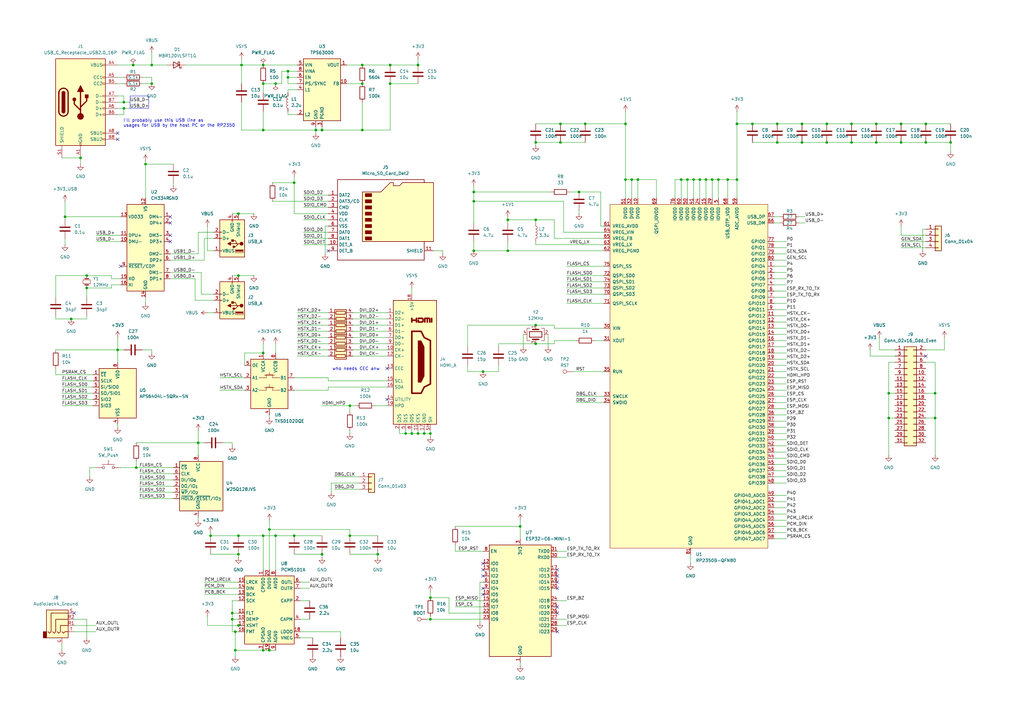
<source format=kicad_sch>
(kicad_sch (version 20250114) (generator "eeschema") (generator_version "9.0")
  (paper "A3")
  (rectangle (start 53.34 39.37) (end 60.96 44.45))
  (text "who needs CEC anw" (at 146.05 151.384 0) (effects (font (size 1.27 1.27))))
  (text "I'll probably use this USB line as \nusages for USB by the host PC or the RP2350" (at 50.546 50.546 0) (effects (font (size 1.27 1.27)) (justify left)))
  (junction (at 369.57 58.42))
  (junction (at 29.21 130.81))
  (junction (at 59.69 67.31))
  (junction (at 160.02 34.29))
  (junction (at 318.77 58.42))
  (junction (at 292.1 73.66))
  (junction (at 237.49 78.74))
  (junction (at 62.23 34.29))
  (junction (at 261.62 73.66))
  (junction (at 279.4 73.66))
  (junction (at 328.93 58.42))
  (junction (at 364.49 171.45))
  (junction (at 219.71 133.35))
  (junction (at 339.09 50.8))
  (junction (at 284.48 73.66))
  (junction (at 166.37 177.8))
  (junction (at 359.41 58.42))
  (junction (at 95.25 251.46))
  (junction (at 113.03 219.71))
  (junction (at 148.59 34.29))
  (junction (at 256.54 50.8))
  (junction (at 168.91 177.8))
  (junction (at 132.08 227.33))
  (junction (at 383.54 171.45))
  (junction (at 120.65 74.93))
  (junction (at 379.73 58.42))
  (junction (at 35.56 118.11))
  (junction (at 229.87 58.42))
  (junction (at 171.45 26.67))
  (junction (at 50.8 41.91))
  (junction (at 97.79 219.71))
  (junction (at 143.51 219.71))
  (junction (at 318.77 50.8))
  (junction (at 259.08 73.66))
  (junction (at 148.59 26.67))
  (junction (at 359.41 50.8))
  (junction (at 287.02 73.66))
  (junction (at 95.25 254))
  (junction (at 302.26 73.66))
  (junction (at 62.23 26.67))
  (junction (at 208.28 102.87))
  (junction (at 389.89 58.42))
  (junction (at 160.02 26.67))
  (junction (at 97.79 87.63))
  (junction (at 176.53 254))
  (junction (at 107.95 53.34))
  (junction (at 148.59 53.34))
  (junction (at 383.54 161.29))
  (junction (at 26.67 88.9))
  (junction (at 349.25 50.8))
  (junction (at 107.95 144.78))
  (junction (at 349.25 58.42))
  (junction (at 194.31 102.87))
  (junction (at 308.61 50.8))
  (junction (at 132.08 53.34))
  (junction (at 176.53 177.8))
  (junction (at 219.71 58.42))
  (junction (at 50.8 44.45))
  (junction (at 154.94 227.33))
  (junction (at 219.71 90.17))
  (junction (at 328.93 50.8))
  (junction (at 99.06 26.67))
  (junction (at 339.09 58.42))
  (junction (at 298.45 73.66))
  (junction (at 33.02 64.77))
  (junction (at 118.11 31.75))
  (junction (at 256.54 73.66))
  (junction (at 107.95 34.29))
  (junction (at 48.26 143.51))
  (junction (at 110.49 217.17))
  (junction (at 302.26 50.8))
  (junction (at 289.56 73.66))
  (junction (at 379.73 50.8))
  (junction (at 113.03 34.29))
  (junction (at 198.12 152.4))
  (junction (at 86.36 219.71))
  (junction (at 110.49 266.7))
  (junction (at 364.49 161.29))
  (junction (at 213.36 215.9))
  (junction (at 107.95 219.71))
  (junction (at 97.79 227.33))
  (junction (at 97.79 256.54))
  (junction (at 194.31 82.55))
  (junction (at 176.53 245.11))
  (junction (at 96.52 266.7))
  (junction (at 54.61 26.67))
  (junction (at 173.99 177.8))
  (junction (at 120.65 219.71))
  (junction (at 208.28 90.17))
  (junction (at 369.57 50.8))
  (junction (at 81.28 181.61))
  (junction (at 107.95 26.67))
  (junction (at 143.51 166.37))
  (junction (at 194.31 78.74))
  (junction (at 219.71 140.97))
  (junction (at 118.11 29.21))
  (junction (at 294.64 73.66))
  (junction (at 55.88 191.77))
  (junction (at 97.79 113.03))
  (junction (at 229.87 50.8))
  (junction (at 107.95 266.7))
  (junction (at 96.52 259.08))
  (junction (at 281.94 73.66))
  (junction (at 240.03 50.8))
  (junction (at 171.45 177.8))
  (junction (at 129.54 53.34))
  (junction (at 35.56 113.03))
  (no_connect (at 228.6 259.08))
  (no_connect (at 158.75 163.83))
  (no_connect (at 228.6 241.3))
  (no_connect (at 69.85 96.52))
  (no_connect (at 228.6 238.76))
  (no_connect (at 69.85 99.06))
  (no_connect (at 198.12 243.84))
  (no_connect (at 379.73 146.05))
  (no_connect (at 134.62 102.87))
  (no_connect (at 69.85 88.9))
  (no_connect (at 198.12 231.14))
  (no_connect (at 48.26 57.15))
  (no_connect (at 158.75 151.13))
  (no_connect (at 228.6 233.68))
  (no_connect (at 198.12 236.22))
  (no_connect (at 228.6 251.46))
  (no_connect (at 228.6 248.92))
  (no_connect (at 198.12 233.68))
  (no_connect (at 30.48 251.46))
  (no_connect (at 198.12 241.3))
  (no_connect (at 228.6 236.22))
  (no_connect (at 69.85 91.44))
  (no_connect (at 49.53 109.22))
  (no_connect (at 48.26 54.61))
  (wire (pts (xy 62.23 31.75) (xy 62.23 34.29)))
  (wire (pts (xy 49.53 116.84) (xy 45.72 116.84)))
  (wire (pts (xy 30.48 256.54) (xy 39.37 256.54)))
  (wire (pts (xy 132.08 227.33) (xy 132.08 228.6)))
  (wire (pts (xy 121.92 143.51) (xy 134.62 143.51)))
  (wire (pts (xy 85.09 128.27) (xy 87.63 128.27)))
  (wire (pts (xy 95.25 251.46) (xy 97.79 251.46)))
  (wire (pts (xy 328.93 58.42) (xy 339.09 58.42)))
  (wire (pts (xy 227.33 134.62) (xy 227.33 133.35)))
  (wire (pts (xy 35.56 254) (xy 30.48 254)))
  (wire (pts (xy 143.51 176.53) (xy 143.51 177.8)))
  (wire (pts (xy 339.09 50.8) (xy 349.25 50.8)))
  (wire (pts (xy 110.49 266.7) (xy 113.03 266.7)))
  (wire (pts (xy 50.8 41.91) (xy 53.34 41.91)))
  (wire (pts (xy 349.25 50.8) (xy 359.41 50.8)))
  (wire (pts (xy 134.62 160.02) (xy 120.65 160.02)))
  (wire (pts (xy 22.86 113.03) (xy 22.86 121.92)))
  (wire (pts (xy 25.4 163.83) (xy 38.1 163.83)))
  (wire (pts (xy 232.41 115.57) (xy 247.65 115.57)))
  (wire (pts (xy 135.89 198.12) (xy 135.89 201.93)))
  (wire (pts (xy 99.06 26.67) (xy 99.06 34.29)))
  (wire (pts (xy 364.49 161.29) (xy 367.03 161.29)))
  (wire (pts (xy 95.25 246.38) (xy 95.25 251.46)))
  (wire (pts (xy 48.26 143.51) (xy 50.8 143.51)))
  (wire (pts (xy 57.15 199.39) (xy 71.12 199.39)))
  (wire (pts (xy 95.25 254) (xy 97.79 254)))
  (wire (pts (xy 45.72 113.03) (xy 35.56 113.03)))
  (wire (pts (xy 57.15 201.93) (xy 71.12 201.93)))
  (wire (pts (xy 339.09 58.42) (xy 349.25 58.42)))
  (wire (pts (xy 143.51 219.71) (xy 143.51 217.17)))
  (wire (pts (xy 107.95 26.67) (xy 121.92 26.67)))
  (wire (pts (xy 208.28 99.06) (xy 208.28 102.87)))
  (wire (pts (xy 160.02 34.29) (xy 171.45 34.29)))
  (wire (pts (xy 181.61 102.87) (xy 177.8 102.87)))
  (wire (pts (xy 364.49 148.59) (xy 364.49 161.29)))
  (wire (pts (xy 232.41 246.38) (xy 228.6 246.38)))
  (wire (pts (xy 276.86 81.28) (xy 276.86 73.66)))
  (wire (pts (xy 35.56 261.62) (xy 35.56 254)))
  (wire (pts (xy 57.15 196.85) (xy 71.12 196.85)))
  (wire (pts (xy 57.15 194.31) (xy 71.12 194.31)))
  (wire (pts (xy 144.78 138.43) (xy 158.75 138.43)))
  (wire (pts (xy 356.87 146.05) (xy 367.03 146.05)))
  (wire (pts (xy 281.94 73.66) (xy 281.94 81.28)))
  (wire (pts (xy 132.08 53.34) (xy 148.59 53.34)))
  (wire (pts (xy 48.26 173.99) (xy 48.26 175.26)))
  (wire (pts (xy 85.09 256.54) (xy 85.09 252.73)))
  (wire (pts (xy 322.58 142.24) (xy 317.5 142.24)))
  (wire (pts (xy 317.5 119.38) (xy 322.58 119.38)))
  (wire (pts (xy 317.5 129.54) (xy 322.58 129.54)))
  (wire (pts (xy 82.55 111.76) (xy 69.85 111.76)))
  (wire (pts (xy 163.83 177.8) (xy 166.37 177.8)))
  (wire (pts (xy 383.54 148.59) (xy 383.54 161.29)))
  (wire (pts (xy 123.19 259.08) (xy 139.7 259.08)))
  (wire (pts (xy 360.68 143.51) (xy 367.03 143.51)))
  (wire (pts (xy 57.15 204.47) (xy 71.12 204.47)))
  (wire (pts (xy 322.58 213.36) (xy 317.5 213.36)))
  (wire (pts (xy 302.26 73.66) (xy 302.26 81.28)))
  (wire (pts (xy 292.1 73.66) (xy 294.64 73.66)))
  (wire (pts (xy 166.37 177.8) (xy 168.91 177.8)))
  (wire (pts (xy 50.8 39.37) (xy 50.8 41.91)))
  (wire (pts (xy 237.49 86.36) (xy 237.49 87.63)))
  (wire (pts (xy 148.59 53.34) (xy 148.59 41.91)))
  (wire (pts (xy 229.87 58.42) (xy 240.03 58.42)))
  (wire (pts (xy 236.22 165.1) (xy 247.65 165.1)))
  (wire (pts (xy 143.51 166.37) (xy 143.51 168.91)))
  (wire (pts (xy 50.8 44.45) (xy 53.34 44.45)))
  (wire (pts (xy 121.92 138.43) (xy 134.62 138.43)))
  (wire (pts (xy 91.44 181.61) (xy 95.25 181.61)))
  (wire (pts (xy 322.58 218.44) (xy 317.5 218.44)))
  (wire (pts (xy 48.26 44.45) (xy 50.8 44.45)))
  (wire (pts (xy 22.86 153.67) (xy 22.86 151.13)))
  (wire (pts (xy 48.26 26.67) (xy 54.61 26.67)))
  (wire (pts (xy 55.88 181.61) (xy 81.28 181.61)))
  (wire (pts (xy 322.58 210.82) (xy 317.5 210.82)))
  (wire (pts (xy 134.62 154.94) (xy 134.62 156.21)))
  (wire (pts (xy 322.58 198.12) (xy 317.5 198.12)))
  (wire (pts (xy 379.73 171.45) (xy 383.54 171.45)))
  (wire (pts (xy 69.85 106.68) (xy 83.82 106.68)))
  (wire (pts (xy 30.48 259.08) (xy 39.37 259.08)))
  (wire (pts (xy 246.38 92.71) (xy 246.38 78.74)))
  (wire (pts (xy 120.65 87.63) (xy 134.62 87.63)))
  (wire (pts (xy 379.73 93.98) (xy 378.46 93.98)))
  (wire (pts (xy 317.5 91.44) (xy 320.04 91.44)))
  (wire (pts (xy 322.58 193.04) (xy 317.5 193.04)))
  (wire (pts (xy 100.33 149.86) (xy 100.33 144.78)))
  (wire (pts (xy 322.58 104.14) (xy 317.5 104.14)))
  (wire (pts (xy 118.11 36.83) (xy 118.11 38.1)))
  (wire (pts (xy 113.03 140.97) (xy 113.03 144.78)))
  (wire (pts (xy 163.83 177.8) (xy 163.83 176.53)))
  (wire (pts (xy 322.58 195.58) (xy 317.5 195.58)))
  (wire (pts (xy 379.73 96.52) (xy 369.57 96.52)))
  (wire (pts (xy 147.32 198.12) (xy 135.89 198.12)))
  (wire (pts (xy 95.25 87.63) (xy 97.79 87.63)))
  (wire (pts (xy 39.37 96.52) (xy 49.53 96.52)))
  (wire (pts (xy 35.56 129.54) (xy 35.56 130.81)))
  (wire (pts (xy 232.41 124.46) (xy 247.65 124.46)))
  (wire (pts (xy 181.61 104.14) (xy 181.61 102.87)))
  (wire (pts (xy 232.41 118.11) (xy 247.65 118.11)))
  (wire (pts (xy 322.58 144.78) (xy 317.5 144.78)))
  (wire (pts (xy 231.14 95.25) (xy 231.14 82.55)))
  (wire (pts (xy 110.49 213.36) (xy 110.49 217.17)))
  (wire (pts (xy 322.58 190.5) (xy 317.5 190.5)))
  (wire (pts (xy 191.77 152.4) (xy 198.12 152.4)))
  (wire (pts (xy 120.65 227.33) (xy 132.08 227.33)))
  (wire (pts (xy 144.78 146.05) (xy 158.75 146.05)))
  (wire (pts (xy 143.51 219.71) (xy 154.94 219.71)))
  (wire (pts (xy 219.71 140.97) (xy 227.33 140.97)))
  (wire (pts (xy 160.02 34.29) (xy 160.02 53.34)))
  (wire (pts (xy 35.56 118.11) (xy 35.56 121.92)))
  (wire (pts (xy 364.49 161.29) (xy 364.49 171.45)))
  (wire (pts (xy 229.87 50.8) (xy 219.71 50.8)))
  (wire (pts (xy 58.42 34.29) (xy 62.23 34.29)))
  (wire (pts (xy 95.25 254) (xy 95.25 259.08)))
  (wire (pts (xy 120.65 74.93) (xy 120.65 87.63)))
  (wire (pts (xy 124.46 85.09) (xy 134.62 85.09)))
  (wire (pts (xy 118.11 29.21) (xy 115.57 29.21)))
  (wire (pts (xy 121.92 140.97) (xy 134.62 140.97)))
  (wire (pts (xy 176.53 242.57) (xy 176.53 245.11)))
  (wire (pts (xy 110.49 170.18) (xy 110.49 171.45)))
  (wire (pts (xy 317.5 88.9) (xy 320.04 88.9)))
  (wire (pts (xy 142.24 34.29) (xy 148.59 34.29)))
  (wire (pts (xy 171.45 177.8) (xy 173.99 177.8)))
  (wire (pts (xy 256.54 50.8) (xy 240.03 50.8)))
  (wire (pts (xy 227.33 90.17) (xy 219.71 90.17)))
  (wire (pts (xy 208.28 90.17) (xy 208.28 91.44)))
  (wire (pts (xy 383.54 161.29) (xy 383.54 171.45)))
  (wire (pts (xy 134.62 156.21) (xy 158.75 156.21)))
  (wire (pts (xy 144.78 128.27) (xy 158.75 128.27)))
  (wire (pts (xy 322.58 111.76) (xy 317.5 111.76)))
  (wire (pts (xy 62.23 143.51) (xy 62.23 144.78)))
  (wire (pts (xy 322.58 167.64) (xy 317.5 167.64)))
  (wire (pts (xy 247.65 139.7) (xy 243.84 139.7)))
  (wire (pts (xy 118.11 46.99) (xy 118.11 45.72)))
  (wire (pts (xy 379.73 148.59) (xy 383.54 148.59)))
  (wire (pts (xy 186.69 223.52) (xy 186.69 226.06)))
  (wire (pts (xy 283.21 231.14) (xy 283.21 227.33)))
  (wire (pts (xy 121.92 146.05) (xy 134.62 146.05)))
  (wire (pts (xy 158.75 158.75) (xy 134.62 158.75)))
  (wire (pts (xy 356.87 143.51) (xy 356.87 146.05)))
  (wire (pts (xy 369.57 99.06) (xy 379.73 99.06)))
  (wire (pts (xy 107.95 34.29) (xy 107.95 38.1)))
  (wire (pts (xy 62.23 21.59) (xy 62.23 26.67)))
  (wire (pts (xy 113.03 233.68) (xy 113.03 219.71)))
  (wire (pts (xy 111.76 74.93) (xy 120.65 74.93)))
  (wire (pts (xy 107.95 266.7) (xy 110.49 266.7)))
  (wire (pts (xy 127 246.38) (xy 123.19 246.38)))
  (wire (pts (xy 213.36 215.9) (xy 213.36 220.98)))
  (wire (pts (xy 256.54 73.66) (xy 256.54 50.8)))
  (wire (pts (xy 124.46 80.01) (xy 134.62 80.01)))
  (wire (pts (xy 287.02 73.66) (xy 287.02 81.28)))
  (wire (pts (xy 379.73 161.29) (xy 383.54 161.29)))
  (wire (pts (xy 364.49 171.45) (xy 367.03 171.45)))
  (wire (pts (xy 137.16 195.58) (xy 147.32 195.58)))
  (wire (pts (xy 269.24 81.28) (xy 269.24 73.66)))
  (wire (pts (xy 144.78 130.81) (xy 158.75 130.81)))
  (wire (pts (xy 58.42 143.51) (xy 62.23 143.51)))
  (wire (pts (xy 176.53 177.8) (xy 176.53 176.53)))
  (wire (pts (xy 26.67 97.79) (xy 26.67 100.33)))
  (wire (pts (xy 121.92 46.99) (xy 118.11 46.99)))
  (wire (pts (xy 308.61 50.8) (xy 318.77 50.8)))
  (wire (pts (xy 236.22 139.7) (xy 227.33 139.7)))
  (wire (pts (xy 387.35 138.43) (xy 387.35 143.51)))
  (wire (pts (xy 144.78 140.97) (xy 158.75 140.97)))
  (wire (pts (xy 96.52 259.08) (xy 97.79 259.08)))
  (wire (pts (xy 71.12 74.93) (xy 71.12 76.2)))
  (wire (pts (xy 107.95 140.97) (xy 107.95 144.78)))
  (wire (pts (xy 359.41 58.42) (xy 369.57 58.42)))
  (wire (pts (xy 327.66 88.9) (xy 330.2 88.9)))
  (wire (pts (xy 322.58 134.62) (xy 317.5 134.62)))
  (wire (pts (xy 59.69 67.31) (xy 59.69 81.28)))
  (wire (pts (xy 369.57 50.8) (xy 379.73 50.8)))
  (wire (pts (xy 322.58 180.34) (xy 317.5 180.34)))
  (wire (pts (xy 50.8 46.99) (xy 50.8 44.45)))
  (wire (pts (xy 48.26 143.51) (xy 48.26 148.59)))
  (wire (pts (xy 317.5 157.48) (xy 322.58 157.48)))
  (wire (pts (xy 227.33 139.7) (xy 227.33 140.97)))
  (wire (pts (xy 234.95 152.4) (xy 247.65 152.4)))
  (wire (pts (xy 317.5 124.46) (xy 322.58 124.46)))
  (wire (pts (xy 127 238.76) (xy 123.19 238.76)))
  (wire (pts (xy 87.63 95.25) (xy 81.28 95.25)))
  (wire (pts (xy 33.02 64.77) (xy 33.02 67.31)))
  (wire (pts (xy 317.5 152.4) (xy 322.58 152.4)))
  (wire (pts (xy 227.33 133.35) (xy 219.71 133.35)))
  (wire (pts (xy 317.5 160.02) (xy 322.58 160.02)))
  (wire (pts (xy 219.71 90.17) (xy 219.71 91.44)))
  (wire (pts (xy 214.63 137.16) (xy 214.63 142.24)))
  (wire (pts (xy 349.25 58.42) (xy 359.41 58.42)))
  (wire (pts (xy 113.03 34.29) (xy 107.95 34.29)))
  (wire (pts (xy 284.48 73.66) (xy 287.02 73.66)))
  (wire (pts (xy 118.11 31.75) (xy 121.92 31.75)))
  (wire (pts (xy 171.45 24.13) (xy 171.45 26.67)))
  (wire (pts (xy 95.25 251.46) (xy 95.25 254)))
  (wire (pts (xy 322.58 106.68) (xy 317.5 106.68)))
  (wire (pts (xy 219.71 133.35) (xy 191.77 133.35)))
  (wire (pts (xy 232.41 226.06) (xy 228.6 226.06)))
  (wire (pts (xy 196.85 238.76) (xy 196.85 255.27)))
  (wire (pts (xy 83.82 97.79) (xy 87.63 97.79)))
  (wire (pts (xy 39.37 99.06) (xy 49.53 99.06)))
  (wire (pts (xy 322.58 147.32) (xy 317.5 147.32)))
  (wire (pts (xy 173.99 177.8) (xy 176.53 177.8)))
  (wire (pts (xy 289.56 73.66) (xy 292.1 73.66)))
  (wire (pts (xy 204.47 149.86) (xy 204.47 152.4)))
  (wire (pts (xy 160.02 26.67) (xy 171.45 26.67)))
  (wire (pts (xy 80.01 114.3) (xy 80.01 123.19)))
  (wire (pts (xy 322.58 116.84) (xy 317.5 116.84)))
  (wire (pts (xy 327.66 91.44) (xy 330.2 91.44)))
  (wire (pts (xy 48.26 31.75) (xy 50.8 31.75)))
  (wire (pts (xy 85.09 102.87) (xy 87.63 102.87)))
  (wire (pts (xy 25.4 64.77) (xy 33.02 64.77)))
  (wire (pts (xy 281.94 73.66) (xy 284.48 73.66)))
  (wire (pts (xy 289.56 73.66) (xy 289.56 81.28)))
  (wire (pts (xy 322.58 208.28) (xy 317.5 208.28)))
  (wire (pts (xy 96.52 266.7) (xy 107.95 266.7)))
  (wire (pts (xy 259.08 73.66) (xy 259.08 81.28)))
  (wire (pts (xy 219.71 58.42) (xy 219.71 59.69)))
  (wire (pts (xy 168.91 177.8) (xy 171.45 177.8)))
  (wire (pts (xy 328.93 50.8) (xy 339.09 50.8)))
  (wire (pts (xy 143.51 227.33) (xy 154.94 227.33)))
  (wire (pts (xy 25.4 166.37) (xy 38.1 166.37)))
  (wire (pts (xy 121.92 130.81) (xy 134.62 130.81)))
  (wire (pts (xy 269.24 73.66) (xy 261.62 73.66)))
  (wire (pts (xy 279.4 73.66) (xy 279.4 81.28)))
  (wire (pts (xy 219.71 58.42) (xy 229.87 58.42)))
  (wire (pts (xy 22.86 153.67) (xy 38.1 153.67)))
  (wire (pts (xy 99.06 256.54) (xy 97.79 256.54)))
  (wire (pts (xy 279.4 73.66) (xy 281.94 73.66)))
  (wire (pts (xy 99.06 26.67) (xy 107.95 26.67)))
  (wire (pts (xy 261.62 73.66) (xy 259.08 73.66)))
  (wire (pts (xy 369.57 101.6) (xy 379.73 101.6)))
  (wire (pts (xy 322.58 170.18) (xy 317.5 170.18)))
  (wire (pts (xy 121.92 133.35) (xy 134.62 133.35)))
  (wire (pts (xy 322.58 165.1) (xy 317.5 165.1)))
  (wire (pts (xy 171.45 177.8) (xy 171.45 176.53)))
  (wire (pts (xy 129.54 52.07) (xy 129.54 53.34)))
  (wire (pts (xy 322.58 101.6) (xy 317.5 101.6)))
  (wire (pts (xy 86.36 219.71) (xy 97.79 219.71)))
  (wire (pts (xy 318.77 58.42) (xy 328.93 58.42)))
  (wire (pts (xy 186.69 246.38) (xy 198.12 246.38)))
  (wire (pts (xy 322.58 177.8) (xy 317.5 177.8)))
  (wire (pts (xy 97.79 113.03) (xy 104.14 113.03)))
  (wire (pts (xy 176.53 252.73) (xy 176.53 254)))
  (wire (pts (xy 232.41 254) (xy 228.6 254)))
  (wire (pts (xy 148.59 26.67) (xy 160.02 26.67)))
  (wire (pts (xy 48.26 41.91) (xy 50.8 41.91)))
  (wire (pts (xy 35.56 118.11) (xy 45.72 118.11)))
  (wire (pts (xy 127 254) (xy 123.19 254)))
  (wire (pts (xy 59.69 121.92) (xy 59.69 124.46)))
  (wire (pts (xy 322.58 139.7) (xy 317.5 139.7)))
  (wire (pts (xy 86.36 227.33) (xy 97.79 227.33)))
  (wire (pts (xy 208.28 102.87) (xy 247.65 102.87)))
  (wire (pts (xy 81.28 104.14) (xy 69.85 104.14)))
  (wire (pts (xy 186.69 226.06) (xy 198.12 226.06)))
  (wire (pts (xy 276.86 73.66) (xy 279.4 73.66)))
  (wire (pts (xy 369.57 58.42) (xy 379.73 58.42)))
  (wire (pts (xy 247.65 92.71) (xy 246.38 92.71)))
  (wire (pts (xy 194.31 76.2) (xy 194.31 78.74)))
  (wire (pts (xy 129.54 53.34) (xy 129.54 54.61)))
  (wire (pts (xy 86.36 218.44) (xy 86.36 219.71)))
  (wire (pts (xy 232.41 113.03) (xy 247.65 113.03)))
  (wire (pts (xy 100.33 144.78) (xy 107.95 144.78)))
  (wire (pts (xy 302.26 50.8) (xy 302.26 73.66)))
  (wire (pts (xy 110.49 217.17) (xy 110.49 233.68)))
  (wire (pts (xy 121.92 36.83) (xy 118.11 36.83)))
  (wire (pts (xy 246.38 78.74) (xy 237.49 78.74)))
  (wire (pts (xy 168.91 177.8) (xy 168.91 176.53)))
  (wire (pts (xy 97.79 256.54) (xy 85.09 256.54)))
  (wire (pts (xy 97.79 219.71) (xy 107.95 219.71)))
  (wire (pts (xy 36.83 191.77) (xy 36.83 195.58)))
  (wire (pts (xy 213.36 271.78) (xy 213.36 273.05)))
  (wire (pts (xy 81.28 95.25) (xy 81.28 104.14)))
  (wire (pts (xy 129.54 53.34) (xy 107.95 53.34)))
  (wire (pts (xy 142.24 26.67) (xy 148.59 26.67)))
  (wire (pts (xy 49.53 88.9) (xy 26.67 88.9)))
  (wire (pts (xy 194.31 102.87) (xy 208.28 102.87)))
  (wire (pts (xy 232.41 109.22) (xy 247.65 109.22)))
  (wire (pts (xy 302.26 45.72) (xy 302.26 50.8)))
  (wire (pts (xy 232.41 120.65) (xy 247.65 120.65)))
  (wire (pts (xy 137.16 200.66) (xy 147.32 200.66)))
  (wire (pts (xy 232.41 228.6) (xy 228.6 228.6)))
  (wire (pts (xy 81.28 176.53) (xy 81.28 181.61)))
  (wire (pts (xy 49.53 191.77) (xy 55.88 191.77)))
  (wire (pts (xy 154.94 227.33) (xy 154.94 228.6)))
  (wire (pts (xy 81.28 212.09) (xy 81.28 213.36)))
  (wire (pts (xy 124.46 95.25) (xy 134.62 95.25)))
  (wire (pts (xy 168.91 118.11) (xy 168.91 120.65)))
  (wire (pts (xy 144.78 143.51) (xy 158.75 143.51)))
  (wire (pts (xy 387.35 143.51) (xy 379.73 143.51)))
  (wire (pts (xy 322.58 162.56) (xy 317.5 162.56)))
  (wire (pts (xy 81.28 181.61) (xy 83.82 181.61)))
  (wire (pts (xy 184.15 251.46) (xy 184.15 245.11)))
  (wire (pts (xy 127 241.3) (xy 123.19 241.3)))
  (wire (pts (xy 144.78 135.89) (xy 158.75 135.89)))
  (wire (pts (xy 204.47 152.4) (xy 198.12 152.4)))
  (wire (pts (xy 227.33 97.79) (xy 227.33 90.17)))
  (wire (pts (xy 58.42 31.75) (xy 62.23 31.75)))
  (wire (pts (xy 317.5 121.92) (xy 322.58 121.92)))
  (wire (pts (xy 367.03 148.59) (xy 364.49 148.59)))
  (wire (pts (xy 160.02 53.34) (xy 148.59 53.34)))
  (wire (pts (xy 224.79 137.16) (xy 224.79 142.24)))
  (wire (pts (xy 55.88 191.77) (xy 71.12 191.77)))
  (wire (pts (xy 146.05 166.37) (xy 143.51 166.37)))
  (wire (pts (xy 120.65 72.39) (xy 120.65 74.93)))
  (wire (pts (xy 97.79 87.63) (xy 104.14 87.63)))
  (wire (pts (xy 80.01 123.19) (xy 87.63 123.19)))
  (wire (pts (xy 107.95 233.68) (xy 107.95 219.71)))
  (wire (pts (xy 360.68 138.43) (xy 360.68 143.51)))
  (wire (pts (xy 22.86 143.51) (xy 48.26 143.51)))
  (wire (pts (xy 317.5 220.98) (xy 322.58 220.98)))
  (wire (pts (xy 261.62 73.66) (xy 261.62 81.28)))
  (wire (pts (xy 26.67 88.9) (xy 26.67 82.55)))
  (wire (pts (xy 317.5 127) (xy 322.58 127)))
  (wire (pts (xy 97.79 246.38) (xy 95.25 246.38)))
  (wire (pts (xy 175.26 254) (xy 176.53 254)))
  (wire (pts (xy 95.25 181.61) (xy 95.25 182.88)))
  (wire (pts (xy 132.08 166.37) (xy 143.51 166.37)))
  (wire (pts (xy 113.03 219.71) (xy 120.65 219.71)))
  (wire (pts (xy 322.58 187.96) (xy 317.5 187.96)))
  (wire (pts (xy 256.54 81.28) (xy 256.54 73.66)))
  (wire (pts (xy 22.86 130.81) (xy 29.21 130.81)))
  (wire (pts (xy 81.28 181.61) (xy 81.28 186.69)))
  (wire (pts (xy 322.58 203.2) (xy 317.5 203.2)))
  (wire (pts (xy 82.55 120.65) (xy 82.55 111.76)))
  (wire (pts (xy 134.62 92.71) (xy 133.35 92.71)))
  (wire (pts (xy 364.49 171.45) (xy 364.49 186.69)))
  (wire (pts (xy 322.58 182.88) (xy 317.5 182.88)))
  (wire (pts (xy 322.58 205.74) (xy 317.5 205.74)))
  (wire (pts (xy 45.72 116.84) (xy 45.72 118.11)))
  (wire (pts (xy 35.56 130.81) (xy 29.21 130.81)))
  (wire (pts (xy 236.22 162.56) (xy 247.65 162.56)))
  (wire (pts (xy 256.54 45.72) (xy 256.54 50.8)))
  (wire (pts (xy 45.72 114.3) (xy 45.72 113.03)))
  (wire (pts (xy 107.95 219.71) (xy 113.03 219.71)))
  (wire (pts (xy 124.46 100.33) (xy 134.62 100.33)))
  (wire (pts (xy 322.58 132.08) (xy 317.5 132.08)))
  (wire (pts (xy 317.5 149.86) (xy 322.58 149.86)))
  (wire (pts (xy 85.09 92.71) (xy 85.09 102.87)))
  (wire (pts (xy 173.99 177.8) (xy 173.99 176.53)))
  (wire (pts (xy 83.82 238.76) (xy 97.79 238.76)))
  (wire (pts (xy 219.71 90.17) (xy 208.28 90.17)))
  (wire (pts (xy 49.53 114.3) (xy 45.72 114.3)))
  (wire (pts (xy 322.58 172.72) (xy 317.5 172.72)))
  (wire (pts (xy 176.53 254) (xy 198.12 254)))
  (wire (pts (xy 134.62 158.75) (xy 134.62 160.02)))
  (wire (pts (xy 76.2 26.67) (xy 99.06 26.67)))
  (wire (pts (xy 48.26 34.29) (xy 50.8 34.29)))
  (wire (pts (xy 240.03 50.8) (xy 229.87 50.8)))
  (wire (pts (xy 118.11 31.75) (xy 118.11 29.21)))
  (wire (pts (xy 322.58 185.42) (xy 317.5 185.42)))
  (wire (pts (xy 25.4 156.21) (xy 38.1 156.21)))
  (wire (pts (xy 318.77 50.8) (xy 328.93 50.8)))
  (wire (pts (xy 308.61 50.8) (xy 302.26 50.8)))
  (wire (pts (xy 133.35 92.71) (xy 133.35 104.14)))
  (wire (pts (xy 26.67 88.9) (xy 26.67 90.17)))
  (wire (pts (xy 22.86 129.54) (xy 22.86 130.81)))
  (wire (pts (xy 59.69 66.04) (xy 59.69 67.31)))
  (wire (pts (xy 219.71 100.33) (xy 219.71 99.06)))
  (wire (pts (xy 96.52 259.08) (xy 95.25 259.08)))
  (wire (pts (xy 118.11 34.29) (xy 118.11 31.75)))
  (wire (pts (xy 186.69 248.92) (xy 198.12 248.92)))
  (wire (pts (xy 48.26 138.43) (xy 48.26 143.51)))
  (wire (pts (xy 298.45 73.66) (xy 302.26 73.66)))
  (wire (pts (xy 83.82 241.3) (xy 97.79 241.3)))
  (wire (pts (xy 322.58 109.22) (xy 317.5 109.22)))
  (wire (pts (xy 226.06 78.74) (xy 194.31 78.74)))
  (wire (pts (xy 107.95 53.34) (xy 99.06 53.34)))
  (wire (pts (xy 322.58 114.3) (xy 317.5 114.3)))
  (wire (pts (xy 322.58 175.26) (xy 317.5 175.26)))
  (wire (pts (xy 69.85 114.3) (xy 80.01 114.3)))
  (wire (pts (xy 308.61 58.42) (xy 318.77 58.42)))
  (wire (pts (xy 198.12 238.76) (xy 196.85 238.76)))
  (wire (pts (xy 247.65 97.79) (xy 227.33 97.79)))
  (wire (pts (xy 184.15 245.11) (xy 176.53 245.11)))
  (wire (pts (xy 383.54 171.45) (xy 383.54 186.69)))
  (wire (pts (xy 35.56 113.03) (xy 22.86 113.03)))
  (wire (pts (xy 121.92 128.27) (xy 134.62 128.27)))
  (wire (pts (xy 231.14 82.55) (xy 194.31 82.55)))
  (wire (pts (xy 96.52 266.7) (xy 96.52 269.24)))
  (wire (pts (xy 194.31 82.55) (xy 194.31 91.44)))
  (wire (pts (xy 213.36 213.36) (xy 213.36 215.9)))
  (wire (pts (xy 198.12 251.46) (xy 184.15 251.46)))
  (wire (pts (xy 176.53 177.8) (xy 176.53 179.07)))
  (wire (pts (xy 107.95 53.34) (xy 107.95 45.72)))
  (wire (pts (xy 144.78 133.35) (xy 158.75 133.35)))
  (wire (pts (xy 48.26 46.99) (xy 50.8 46.99)))
  (wire (pts (xy 25.4 264.16) (xy 25.4 266.7)))
  (wire (pts (xy 359.41 50.8) (xy 369.57 50.8)))
  (wire (pts (xy 90.17 154.94) (xy 100.33 154.94)))
  (wire (pts (xy 379.73 58.42) (xy 389.89 58.42)))
  (wire (pts (xy 39.37 191.77) (xy 36.83 191.77)))
  (wire (pts (xy 247.65 134.62) (xy 227.33 134.62)))
  (wire (pts (xy 194.31 78.74) (xy 194.31 82.55)))
  (wire (pts (xy 132.08 52.07) (xy 132.08 53.34)))
  (wire (pts (xy 121.92 135.89) (xy 134.62 135.89)))
  (wire (pts (xy 62.23 26.67) (xy 68.58 26.67)))
  (wire (pts (xy 124.46 90.17) (xy 134.62 90.17)))
  (wire (pts (xy 95.25 113.03) (xy 97.79 113.03)))
  (wire (pts (xy 233.68 78.74) (xy 237.49 78.74)))
  (wire (pts (xy 369.57 96.52) (xy 369.57 92.71)))
  (wire (pts (xy 292.1 73.66) (xy 292.1 81.28)))
  (wire (pts (xy 191.77 149.86) (xy 191.77 152.4)))
  (wire (pts (xy 87.63 120.65) (xy 82.55 120.65)))
  (wire (pts (xy 139.7 259.08) (xy 139.7 261.62)))
  (wire (pts (xy 322.58 215.9) (xy 317.5 215.9)))
  (wire (pts (xy 322.58 137.16) (xy 317.5 137.16)))
  (wire (pts (xy 247.65 95.25) (xy 231.14 95.25)))
  (wire (pts (xy 204.47 140.97) (xy 204.47 142.24)))
  (wire (pts (xy 186.69 215.9) (xy 213.36 215.9)))
  (wire (pts (xy 322.58 99.06) (xy 317.5 99.06)))
  (wire (pts (xy 115.57 34.29) (xy 113.03 34.29)))
  (wire (pts (xy 194.31 99.06) (xy 194.31 102.87)))
  (wire (pts (xy 96.52 259.08) (xy 96.52 266.7)))
  (wire (pts (xy 132.08 53.34) (xy 129.54 53.34)))
  (wire (pts (xy 284.48 81.28) (xy 284.48 73.66)))
  (wire (pts (xy 120.65 154.94) (xy 134.62 154.94)))
  (wire (pts (xy 166.37 177.8) (xy 166.37 176.53)))
  (wire (pts (xy 121.92 34.29) (xy 118.11 34.29)))
  (wire (pts (xy 379.73 50.8) (xy 389.89 50.8)))
  (wire (pts (xy 378.46 93.98) (xy 378.46 102.87)))
  (wire (pts (xy 294.64 73.66) (xy 298.45 73.66)))
  (wire (pts (xy 90.17 160.02) (xy 100.33 160.02)))
  (wire (pts (xy 259.08 73.66) (xy 256.54 73.66)))
  (wire (pts (xy 71.12 67.31) (xy 59.69 67.31)))
  (wire (pts (xy 143.51 217.17) (xy 110.49 217.17)))
  (wire (pts (xy 298.45 73.66) (xy 298.45 81.28)))
  (wire (pts (xy 123.19 261.62) (xy 128.27 261.62)))
  (wire (pts (xy 232.41 256.54) (xy 228.6 256.54)))
  (wire (pts (xy 48.26 39.37) (xy 50.8 39.37)))
  (wire (pts (xy 287.02 73.66) (xy 289.56 73.66)))
  (wire (pts (xy 191.77 133.35) (xy 191.77 142.24)))
  (wire (pts (xy 83.82 243.84) (xy 97.79 243.84)))
  (wire (pts (xy 219.71 140.97) (xy 204.47 140.97)))
  (wire (pts (xy 83.82 106.68) (xy 83.82 97.79)))
  (wire (pts (xy 54.61 26.67) (xy 62.23 26.67)))
  (wire (pts (xy 121.92 29.21) (xy 118.11 29.21)))
  (wire (pts (xy 317.5 154.94) (xy 322.58 154.94)))
  (wire (pts (xy 153.67 166.37) (xy 158.75 166.37)))
  (wire (pts (xy 219.71 100.33) (xy 247.65 100.33)))
  (wire (pts (xy 25.4 161.29) (xy 38.1 161.29)))
  (wire (pts (xy 208.28 88.9) (xy 208.28 90.17)))
  (wire (pts (xy 294.64 73.66) (xy 294.64 81.28)))
  (wire (pts (xy 120.65 219.71) (xy 132.08 219.71)))
  (wire (pts (xy 115.57 29.21) (xy 115.57 34.29)))
  (wire (pts (xy 55.88 191.77) (xy 55.88 189.23)))
  (wire (pts (xy 124.46 97.79) (xy 134.62 97.79)))
  (wire (pts (xy 97.79 227.33) (xy 97.79 228.6)))
  (wire (pts (xy 99.06 53.34) (xy 99.06 41.91)))
  (wire (pts (xy 25.4 158.75) (xy 38.1 158.75)))
  (wire (pts (xy 389.89 58.42) (xy 389.89 62.23)))
  (wire (pts (xy 111.76 82.55) (xy 134.62 82.55)))
  (wire (pts (xy 99.06 24.13) (xy 99.06 26.67)))
  (label "P10" (at 322.58 124.46 0))
  (label "SDIO_D2" (at 322.58 195.58 0))
  (label "ESP_BZ" (at 232.41 246.38 0))
  (label "HSTX_D0+" (at 322.58 137.16 0))
  (label "P43" (at 322.58 210.82 0))
  (label "GEN_SCL" (at 369.57 101.6 0))
  (label "ESP_MOSI" (at 232.41 254 0))
  (label "DBG_DIO" (at 137.16 200.66 0))
  (label "FLASH_SD2" (at 232.41 118.11 0))
  (label "ESP_RST" (at 322.58 157.48 0))
  (label "PCM_DIN" (at 322.58 215.9 0))
  (label "P40" (at 322.58 203.2 0))
  (label "HSTX_D2-" (at 322.58 144.78 0))
  (label "FLASH_SD3" (at 57.15 204.47 0))
  (label "USB_D-" (at 330.2 91.44 0))
  (label "P7" (at 322.58 116.84 0))
  (label "P30" (at 322.58 175.26 0))
  (label "HSTX_D1+" (at 322.58 142.24 0))
  (label "SDIO_DET" (at 322.58 182.88 0))
  (label "HSTX_SCL" (at 322.58 152.4 0))
  (label "HSTX_CK+" (at 322.58 132.08 0))
  (label "AUX_OUTR" (at 39.37 259.08 0))
  (label "FLASH_SD3" (at 25.4 166.37 0))
  (label "HSTX_SCL" (at 90.17 154.94 0))
  (label "SDIO_CLK" (at 124.46 90.17 0))
  (label "HSTX_D2-" (at 121.92 130.81 0))
  (label "SDIO_D1" (at 322.58 193.04 0))
  (label "HSTX_D1-" (at 322.58 139.7 0))
  (label "ESP_MOSI" (at 322.58 167.64 0))
  (label "GEN_SDA" (at 369.57 99.06 0))
  (label "AUX_OUTL" (at 127 238.76 0))
  (label "PCB_BCK" (at 83.82 243.84 0))
  (label "FLASH_CS" (at 232.41 109.22 0))
  (label "FLASH_CLK" (at 25.4 156.21 0))
  (label "USB_D+" (at 53.34 44.45 0))
  (label "FLASH_SD0" (at 57.15 196.85 0))
  (label "PSRAM_CS" (at 25.4 153.67 0))
  (label "HSTX_D0-" (at 121.92 140.97 0))
  (label "P0" (at 322.58 99.06 0))
  (label "DBG_CLK" (at 137.16 195.58 0))
  (label "AUX_OUTL" (at 39.37 256.54 0))
  (label "ESP_CS" (at 186.69 248.92 0))
  (label "PCM_DIN" (at 83.82 241.3 0))
  (label "ESP_RX_TO_TX" (at 322.58 119.38 0))
  (label "HSTX_D0-" (at 322.58 134.62 0))
  (label "FLASH_CS" (at 57.15 191.77 0))
  (label "FLASH_CLK" (at 57.15 194.31 0))
  (label "USB1_D+" (at 71.12 106.68 0))
  (label "P42" (at 322.58 208.28 0))
  (label "SDIO_CMD" (at 124.46 85.09 0))
  (label "RST" (at 236.22 152.4 0))
  (label "SDIO_CLK" (at 322.58 185.42 0))
  (label "HSTX_CK+" (at 121.92 143.51 0))
  (label "PCB_BCK" (at 322.58 218.44 0))
  (label "ESP_TX_TO_RX" (at 232.41 226.06 0))
  (label "USB_D+" (at 39.37 96.52 0))
  (label "USB1_D-" (at 71.12 104.14 0))
  (label "P5" (at 322.58 111.76 0))
  (label "USB_D-" (at 39.37 99.06 0))
  (label "FLASH_SD0" (at 25.4 158.75 0))
  (label "PSRAM_CS" (at 322.58 220.98 0))
  (label "PCM_LRCLK" (at 83.82 238.76 0))
  (label "FLASH_SD1" (at 232.41 115.57 0))
  (label "DVI_D0-" (at 147.32 140.97 0))
  (label "SDIO_D0" (at 322.58 190.5 0))
  (label "HDMI_HPD" (at 322.58 154.94 0))
  (label "HDMI_HPD" (at 132.08 166.37 0))
  (label "P6" (at 322.58 114.3 0))
  (label "HSTX_D1-" (at 121.92 135.89 0))
  (label "HSTX_D0+" (at 121.92 138.43 0))
  (label "ESP_CS" (at 322.58 162.56 0))
  (label "GEN_SDA" (at 322.58 104.14 0))
  (label "P31" (at 322.58 177.8 0))
  (label "ESP_MISO" (at 322.58 160.02 0))
  (label "P41" (at 322.58 205.74 0))
  (label "HSTX_SDA" (at 322.58 149.86 0))
  (label "SDIO_DET" (at 124.46 100.33 0))
  (label "USB0_D+" (at 71.12 114.3 0))
  (label "DVI_CK-" (at 147.32 146.05 0))
  (label "DVI_D2+" (at 147.32 128.27 0))
  (label "P11" (at 322.58 127 0))
  (label "FLASH_SD2" (at 25.4 163.83 0))
  (label "FLASH_SD1" (at 57.15 199.39 0))
  (label "P32" (at 322.58 180.34 0))
  (label "ESP_CLK" (at 232.41 256.54 0))
  (label "DVI_CK+" (at 147.32 143.51 0))
  (label "USB_D+" (at 330.2 88.9 0))
  (label "HSTX_D2+" (at 322.58 147.32 0))
  (label "ESP_MISO" (at 186.69 246.38 0))
  (label "USB_D-" (at 53.34 41.91 0))
  (label "FLASH_SD3" (at 232.41 120.65 0))
  (label "FLASH_SD1" (at 25.4 161.29 0))
  (label "SDIO_CMD" (at 322.58 187.96 0))
  (label "DVI_D2-" (at 147.32 130.81 0))
  (label "P4" (at 322.58 109.22 0))
  (label "SDIO_D2" (at 124.46 80.01 0))
  (label "ESP_BZ" (at 322.58 170.18 0))
  (label "HSTX_D2+" (at 121.92 128.27 0))
  (label "FLASH_SD0" (at 232.41 113.03 0))
  (label "ESP_RX_TO_TX" (at 232.41 228.6 0))
  (label "HSTX_CK-" (at 121.92 146.05 0))
  (label "DBG_CLK" (at 236.22 162.56 0))
  (label "SDIO_D1" (at 124.46 97.79 0))
  (label "ESP_RST" (at 187.96 226.06 0))
  (label "DVI_D0+" (at 147.32 138.43 0))
  (label "DVI_D1-" (at 147.32 135.89 0))
  (label "P29" (at 322.58 172.72 0))
  (label "PCM_LRCLK" (at 322.58 213.36 0))
  (label "SDIO_D3" (at 124.46 82.55 0))
  (label "ESP_TX_TO_RX" (at 322.58 121.92 0))
  (label "P1" (at 322.58 101.6 0))
  (label "VREG_LX" (at 233.68 100.33 0))
  (label "SDIO_D3" (at 322.58 198.12 0))
  (label "DBG_DIO" (at 236.22 165.1 0))
  (label "FLASH_SD2" (at 57.15 201.93 0))
  (label "SDIO_D0" (at 124.46 95.25 0))
  (label "HSTX_CK-" (at 322.58 129.54 0))
  (label "ESP_CLK" (at 322.58 165.1 0))
  (label "HSTX_D1+" (at 121.92 133.35 0))
  (label "DVI_D1+" (at 147.32 133.35 0))
  (label "FLASH_CLK" (at 232.41 124.46 0))
  (label "GEN_SCL" (at 322.58 106.68 0))
  (label "AUX_OUTR" (at 127 241.3 0))
  (label "HSTX_SDA" (at 90.17 160.02 0))
  (label "USB0_D-" (at 71.12 111.76 0))
  (symbol (lib_id "Device:R") (at 55.88 185.42 0) (unit 1)
    (property "Reference" "R9" (at 58.42 184.1499 0) (effects (justify left)))
    (property "Value" "10k" (at 58.42 186.6899 0) (effects (justify left)))
    (property "Footprint" "Resistor_SMD:R_0402_1005Metric" (effects (hide yes)))
    (property "Description" "Resistor" (effects (hide yes)))
  )
  (symbol (lib_id "Interface_USB:CH334R") (at 59.69 101.6 0) (unit 1)
    (property "Reference" "U2" (at 61.8333 78.74 0) (effects (justify left)))
    (property "Value" "CH334R" (at 61.8333 81.28 0) (effects (justify left)))
    (property "Footprint" "Package_SO:QSOP-16_3.9x4.9mm_P0.635mm" (effects (hide yes)))
    (property "Datasheet" "https://www.wch-ic.com/downloads/file/327.html" (effects (hide yes)))
    (property "Description" "USB HUB controller, UART, QSOP-16" (effects (hide yes)))
  )
  (symbol (lib_id "rp2350b-qfn80:RP2350B-QFN80") (at 283.21 149.86 0) (unit 1)
    (property "Reference" "U1" (at 285.3533 227.33 0) (effects (justify left)))
    (property "Value" "RP2350B-QFN80" (at 285.3533 229.87 0) (effects (justify left)))
    (property "Footprint" "Package_DFN_QFN:QFN-80-1EP_10x10mm_P0.4mm_EP3.4x3.4mm_ThermalVias" (effects (hide yes)))
  )
  (symbol (lib_id "power:GND") (at 378.46 102.87 0) (unit 1)
    (property "Reference" "#PWR045" (effects (hide yes)))
    (property "Value" "GND" (at 378.46 107.95 0))
    (property "Description" "Power symbol creates a global label with name \"GND\" , ground" (effects (hide yes)))
  )
  (symbol (lib_id "power:PWR_FLAG") (at 113.03 34.29 180) (unit 1)
    (property "Reference" "#FLG04" (effects (hide yes)))
    (property "Value" "PWR_FLAG" (at 113.03 39.37 0))
    (property "Description" "Special symbol for telling ERC where power comes from" (effects (hide yes)))
  )
  (symbol (lib_id "Connector:TestPoint") (at 234.95 152.4 90) (unit 1)
    (property "Reference" "TP2" (at 231.648 147.32 90))
    (property "Value" "RST" (at 231.648 149.86 90))
    (property "Footprint" "TestPoint:TestPoint_Pad_D1.0mm" (effects (hide yes)))
    (property "Description" "test point" (effects (hide yes)))
  )
  (symbol (lib_id "power:GND") (at 129.54 54.61 0) (unit 1)
    (property "Reference" "#PWR015" (effects (hide yes)))
    (property "Value" "GND" (at 129.54 59.69 0))
    (property "Description" "Power symbol creates a global label with name \"GND\" , ground" (effects (hide yes)))
  )
  (symbol (lib_id "Device:R") (at 323.85 88.9 90) (unit 1)
    (property "Reference" "R3" (at 323.85 86.614 90))
    (property "Value" "27" (at 323.85 88.9 90))
    (property "Footprint" "Resistor_SMD:R_0402_1005Metric" (effects (hide yes)))
    (property "Description" "Resistor" (effects (hide yes)))
  )
  (symbol (lib_id "power:+3V3") (at 26.67 82.55 0) (unit 1)
    (property "Reference" "#PWR05" (effects (hide yes)))
    (property "Value" "+3V3_USB" (at 26.67 77.47 0))
    (property "Description" "Power symbol creates a global label with name \"+3V3\"" (effects (hide yes)))
  )
  (symbol (lib_id "Device:C") (at 229.87 54.61 0) (unit 1)
    (property "Reference" "C22" (at 233.68 53.3399 0) (effects (justify left)))
    (property "Value" "100n" (at 233.68 55.8799 0) (effects (justify left)))
    (property "Footprint" "Capacitor_SMD:C_0402_1005Metric" (effects (hide yes)))
    (property "Description" "Unpolarized capacitor" (effects (hide yes)))
  )
  (symbol (lib_id "Device:R_Pack02") (at 139.7 130.81 270) (unit 1)
    (property "Reference" "RN1" (effects (hide yes)))
    (property "Value" "220" (effects (hide yes)))
    (property "Footprint" "Resistor_SMD:R_Array_Convex_2x0402" (effects (hide yes)))
    (property "Description" "2 resistor network, parallel topology" (effects (hide yes)))
  )
  (symbol (lib_id "Device:C") (at 97.79 223.52 0) (unit 1)
    (property "Reference" "C30" (at 101.6 222.2499 0) (effects (justify left)))
    (property "Value" "100n" (at 101.6 224.7899 0) (effects (justify left)))
    (property "Footprint" "Capacitor_SMD:C_0402_1005Metric" (effects (hide yes)))
    (property "Description" "Unpolarized capacitor" (effects (hide yes)))
  )
  (symbol (lib_id "Device:C") (at 379.73 54.61 0) (unit 1)
    (property "Reference" "C19" (at 383.54 53.3399 0) (effects (justify left)))
    (property "Value" "100n" (at 383.54 55.8799 0) (effects (justify left)))
    (property "Footprint" "Capacitor_SMD:C_0402_1005Metric" (effects (hide yes)))
    (property "Description" "Unpolarized capacitor" (effects (hide yes)))
  )
  (symbol (lib_id "Device:C") (at 22.86 125.73 0) (unit 1)
    (property "Reference" "C4" (at 26.67 124.4599 0) (effects (justify left)))
    (property "Value" "34pF" (at 26.67 126.9999 0) (effects (justify left)))
    (property "Footprint" "Capacitor_SMD:C_0402_1005Metric" (effects (hide yes)))
    (property "Description" "Unpolarized capacitor" (effects (hide yes)))
  )
  (symbol (lib_id "power:PWR_FLAG") (at 107.95 26.67 0) (unit 1)
    (property "Reference" "#FLG02" (effects (hide yes)))
    (property "Value" "PWR_FLAG" (at 107.95 21.59 0))
    (property "Description" "Special symbol for telling ERC where power comes from" (effects (hide yes)))
  )
  (symbol (lib_id "power:GND") (at 364.49 186.69 0) (unit 1)
    (property "Reference" "#PWR063" (effects (hide yes)))
    (property "Value" "GND" (at 364.49 191.77 0))
    (property "Description" "Power symbol creates a global label with name \"GND\" , ground" (effects (hide yes)))
  )
  (symbol (lib_id "power:GND") (at 71.12 76.2 0) (unit 1)
    (property "Reference" "#PWR07" (effects (hide yes)))
    (property "Value" "GND" (at 71.12 81.28 0))
    (property "Description" "Power symbol creates a global label with name \"GND\" , ground" (effects (hide yes)))
  )
  (symbol (lib_id "power:+3V3") (at 48.26 138.43 0) (unit 1)
    (property "Reference" "#PWR032" (effects (hide yes)))
    (property "Value" "+3V3" (at 48.26 133.35 0))
    (property "Description" "Power symbol creates a global label with name \"+3V3\"" (effects (hide yes)))
  )
  (symbol (lib_id "Device:C") (at 359.41 54.61 0) (unit 1)
    (property "Reference" "C17" (at 363.22 53.3399 0) (effects (justify left)))
    (property "Value" "100n" (at 363.22 55.8799 0) (effects (justify left)))
    (property "Footprint" "Capacitor_SMD:C_0402_1005Metric" (effects (hide yes)))
    (property "Description" "Unpolarized capacitor" (effects (hide yes)))
  )
  (symbol (lib_id "power:VBUS") (at 59.69 66.04 0) (unit 1)
    (property "Reference" "#PWR08" (effects (hide yes)))
    (property "Value" "VSYS" (at 59.69 60.96 0))
    (property "Description" "Power symbol creates a global label with name \"VBUS\"" (effects (hide yes)))
  )
  (symbol (lib_id "Device:C") (at 127 250.19 0) (unit 1)
    (property "Reference" "C36" (at 130.81 248.9199 0) (effects (justify left)))
    (property "Value" "2.2u" (at 130.81 251.4599 0) (effects (justify left)))
    (property "Footprint" "Capacitor_SMD:C_0402_1005Metric" (effects (hide yes)))
    (property "Description" "Unpolarized capacitor" (effects (hide yes)))
  )
  (symbol (lib_id "power:PWR_FLAG") (at 54.61 26.67 0) (unit 1)
    (property "Reference" "#FLG01" (effects (hide yes)))
    (property "Value" "PWR_FLAG" (at 54.61 21.59 0))
    (property "Description" "Special symbol for telling ERC where power comes from" (effects (hide yes)))
  )
  (symbol (lib_id "power:+3V3") (at 171.45 24.13 0) (unit 1)
    (property "Reference" "#PWR016" (effects (hide yes)))
    (property "Value" "+3V3" (at 171.45 19.05 0))
    (property "Description" "Power symbol creates a global label with name \"+3V3\"" (effects (hide yes)))
  )
  (symbol (lib_id "Device:R") (at 22.86 147.32 0) (unit 1)
    (property "Reference" "R11" (at 25.4 146.0499 0) (effects (justify left)))
    (property "Value" "10k" (at 25.4 148.5899 0) (effects (justify left)))
    (property "Footprint" "Resistor_SMD:R_0402_1005Metric" (effects (hide yes)))
    (property "Description" "Resistor" (effects (hide yes)))
  )
  (symbol (lib_id "power:GND") (at 213.36 273.05 0) (unit 1)
    (property "Reference" "#PWR051" (effects (hide yes)))
    (property "Value" "GND" (at 213.36 278.13 0))
    (property "Description" "Power symbol creates a global label with name \"GND\" , ground" (effects (hide yes)))
  )
  (symbol (lib_id "Audio:PCM5101A") (at 110.49 248.92 0) (unit 1)
    (property "Reference" "U8" (at 115.1733 231.14 0) (effects (justify left)))
    (property "Value" "PCM5101A" (at 115.1733 233.68 0) (effects (justify left)))
    (property "Footprint" "Package_SO:TSSOP-20_4.4x6.5mm_P0.65mm" (effects (hide yes)))
    (property "Datasheet" "https://www.ti.com/lit/ds/symlink/pcm5101a.pdf" (effects (hide yes)))
    (property "Description" "2.1 VRMS, 106dB Audio Stereo DAC with PLL and 32-bit, 384kHz PCM Interface, TSSOP-20" (effects (hide yes)))
  )
  (symbol (lib_id "Device:R") (at 323.85 91.44 90) (unit 1)
    (property "Reference" "R4" (at 323.85 93.726 90))
    (property "Value" "27" (at 323.85 91.44 90))
    (property "Footprint" "Resistor_SMD:R_0402_1005Metric" (effects (hide yes)))
    (property "Description" "Resistor" (effects (hide yes)))
  )
  (symbol (lib_id "Device:C") (at 86.36 223.52 0) (unit 1)
    (property "Reference" "C31" (at 90.17 222.2499 0) (effects (justify left)))
    (property "Value" "10u" (at 90.17 224.7899 0) (effects (justify left)))
    (property "Footprint" "Capacitor_SMD:C_0402_1005Metric" (effects (hide yes)))
    (property "Description" "Unpolarized capacitor" (effects (hide yes)))
  )
  (symbol (lib_id "Device:R") (at 186.69 219.71 0) (unit 1)
    (property "Reference" "R15" (at 189.23 218.4399 0) (effects (justify left)))
    (property "Value" "10k" (at 189.23 220.9799 0) (effects (justify left)))
    (property "Footprint" "Resistor_SMD:R_0402_1005Metric" (effects (hide yes)))
    (property "Description" "Resistor" (effects (hide yes)))
  )
  (symbol (lib_id "Device:C") (at 208.28 95.25 0) (unit 1)
    (property "Reference" "C5" (at 212.09 93.9799 0) (effects (justify left)))
    (property "Value" "4.7u" (at 212.09 96.5199 0) (effects (justify left)))
    (property "Footprint" "Capacitor_SMD:C_0402_1005Metric" (effects (hide yes)))
    (property "Description" "Unpolarized capacitor" (effects (hide yes)))
  )
  (symbol (lib_id "power:GND") (at 26.67 100.33 0) (unit 1)
    (property "Reference" "#PWR06" (effects (hide yes)))
    (property "Value" "GND" (at 26.67 105.41 0))
    (property "Description" "Power symbol creates a global label with name \"GND\" , ground" (effects (hide yes)))
  )
  (symbol (lib_id "Device:R") (at 149.86 166.37 90) (unit 1)
    (property "Reference" "R12" (at 149.86 160.02 90))
    (property "Value" "100k" (at 149.86 162.56 90))
    (property "Footprint" "Resistor_SMD:R_0402_1005Metric" (effects (hide yes)))
    (property "Description" "Resistor" (effects (hide yes)))
  )
  (symbol (lib_id "power:VBUS") (at 99.06 24.13 0) (unit 1)
    (property "Reference" "#PWR02" (effects (hide yes)))
    (property "Value" "VSYS" (at 99.06 19.05 0))
    (property "Description" "Power symbol creates a global label with name \"VBUS\"" (effects (hide yes)))
  )
  (symbol (lib_id "power:+3V3") (at 213.36 213.36 0) (unit 1)
    (property "Reference" "#PWR047" (effects (hide yes)))
    (property "Value" "+3V3" (at 213.36 208.28 0))
    (property "Description" "Power symbol creates a global label with name \"+3V3\"" (effects (hide yes)))
  )
  (symbol (lib_id "Device:C") (at 339.09 54.61 0) (unit 1)
    (property "Reference" "C11" (at 342.9 53.3399 0) (effects (justify left)))
    (property "Value" "100n" (at 342.9 55.8799 0) (effects (justify left)))
    (property "Footprint" "Capacitor_SMD:C_0402_1005Metric" (effects (hide yes)))
    (property "Description" "Unpolarized capacitor" (effects (hide yes)))
  )
  (symbol (lib_id "power:GND") (at 33.02 67.31 0) (unit 1)
    (property "Reference" "#PWR04" (effects (hide yes)))
    (property "Value" "GND" (at 33.02 72.39 0))
    (property "Description" "Power symbol creates a global label with name \"GND\" , ground" (effects (hide yes)))
  )
  (symbol (lib_id "power:VBUS") (at 85.09 128.27 90) (unit 1)
    (property "Reference" "#PWR013" (effects (hide yes)))
    (property "Value" "VBUS" (at 81.28 128.2699 90) (effects (justify left)))
    (property "Description" "Power symbol creates a global label with name \"VBUS\"" (effects (hide yes)))
  )
  (symbol (lib_id "power:GND") (at 383.54 186.69 0) (unit 1)
    (property "Reference" "#PWR064" (effects (hide yes)))
    (property "Value" "GND" (at 383.54 191.77 0))
    (property "Description" "Power symbol creates a global label with name \"GND\" , ground" (effects (hide yes)))
  )
  (symbol (lib_id "Device:C") (at 107.95 41.91 0) (unit 1)
    (property "Reference" "C12" (at 111.76 40.6399 0) (effects (justify left)))
    (property "Value" "0.1u" (at 111.76 43.1799 0) (effects (justify left)))
    (property "Footprint" "Capacitor_SMD:C_0402_1005Metric" (effects (hide yes)))
    (property "Description" "Unpolarized capacitor" (effects (hide yes)))
  )
  (symbol (lib_id "Device:Crystal_GND24") (at 219.71 137.16 270) (unit 1)
    (property "Reference" "Y2" (at 219.71 128.016 90))
    (property "Value" "12MHz" (at 219.71 130.556 90))
    (property "Footprint" "Crystal:Crystal_SMD_3225-4Pin_3.2x2.5mm" (effects (hide yes)))
    (property "Description" "Four pin crystal, GND on pins 2 and 4" (effects (hide yes)))
  )
  (symbol (lib_id "power:GND") (at 176.53 179.07 0) (unit 1)
    (property "Reference" "#PWR039" (effects (hide yes)))
    (property "Value" "GND" (at 176.53 184.15 0))
    (property "Description" "Power symbol creates a global label with name \"GND\" , ground" (effects (hide yes)))
  )
  (symbol (lib_id "power:+3V3") (at 81.28 176.53 0) (unit 1)
    (property "Reference" "#PWR026" (effects (hide yes)))
    (property "Value" "+3V3" (at 81.28 171.45 0))
    (property "Description" "Power symbol creates a global label with name \"+3V3\"" (effects (hide yes)))
  )
  (symbol (lib_id "Connector:Micro_SD_Card_Det2") (at 157.48 90.17 0) (unit 1)
    (property "Reference" "J5" (at 158.115 68.58 0))
    (property "Value" "Micro_SD_Card_Det2" (at 158.115 71.12 0))
    (property "Footprint" "Connector_Card:microSD_HC_Hirose_DM3D-SF" (effects (hide yes)))
    (property "Datasheet" "https://www.hirose.com/en/product/document?clcode=&productname=&series=DM3&documenttype=Catalog&lang=en&documentid=D49662_en" (effects (hide yes)))
    (property "Description" "Micro SD Card Socket with two card detection pins" (effects (hide yes)))
  )
  (symbol (lib_id "Device:C") (at 240.03 54.61 0) (unit 1)
    (property "Reference" "C23" (at 243.84 53.3399 0) (effects (justify left)))
    (property "Value" "100n" (at 243.84 55.8799 0) (effects (justify left)))
    (property "Footprint" "Capacitor_SMD:C_0402_1005Metric" (effects (hide yes)))
    (property "Description" "Unpolarized capacitor" (effects (hide yes)))
  )
  (symbol (lib_id "Regulator_Switching:TPS63000") (at 132.08 36.83 0) (unit 1)
    (property "Reference" "U3" (at 132.08 19.05 0))
    (property "Value" "TPS63000" (at 132.08 21.59 0))
    (property "Footprint" "Package_SON:Texas_DRC0010J_ThermalVias" (effects (hide yes)))
    (property "Datasheet" "http://www.ti.com/lit/ds/symlink/tps63000.pdf" (effects (hide yes)))
    (property "Description" "Buck-Boost Converter, 1.8-5.5V Input Voltage, 1.8A Switch Current, Adjustable 1.2-5.5V Output Voltage, VSON-10" (effects (hide yes)))
  )
  (symbol (lib_id "Connector:USB_C_Receptacle_USB2.0_16P") (at 33.02 41.91 0) (unit 1)
    (property "Reference" "J1" (at 33.02 19.05 0))
    (property "Value" "USB_C_Receptacle_USB2.0_16P" (at 33.02 21.59 0))
    (property "Footprint" "Connector_USB:USB_C_Receptacle_GCT_USB4105-xx-A_16P_TopMnt_Horizontal" (effects (hide yes)))
    (property "Datasheet" "https://www.usb.org/sites/default/files/documents/usb_type-c.zip" (effects (hide yes)))
    (property "Description" "USB 2.0-only 16P Type-C Receptacle connector" (effects (hide yes)))
  )
  (symbol (lib_id "power:GND") (at 97.79 228.6 0) (unit 1)
    (property "Reference" "#PWR053" (effects (hide yes)))
    (property "Value" "GND" (at 97.79 233.68 0))
    (property "Description" "Power symbol creates a global label with name \"GND\" , ground" (effects (hide yes)))
  )
  (symbol (lib_id "Device:C") (at 87.63 181.61 90) (unit 1)
    (property "Reference" "C24" (at 87.63 173.99 90))
    (property "Value" "100n" (at 87.63 176.53 90))
    (property "Footprint" "Capacitor_SMD:C_0402_1005Metric" (effects (hide yes)))
    (property "Description" "Unpolarized capacitor" (effects (hide yes)))
  )
  (symbol (lib_id "Device:R") (at 111.76 78.74 0) (unit 1)
    (property "Reference" "R14" (at 114.3 77.4699 0) (effects (justify left)))
    (property "Value" "10k" (at 114.3 80.0099 0) (effects (justify left)))
    (property "Footprint" "Resistor_SMD:R_0402_1005Metric" (effects (hide yes)))
    (property "Description" "Resistor" (effects (hide yes)))
  )
  (symbol (lib_id "power:GND") (at 237.49 87.63 0) (unit 1)
    (property "Reference" "#PWR019" (effects (hide yes)))
    (property "Value" "GND" (at 237.49 92.71 0))
    (property "Description" "Power symbol creates a global label with name \"GND\" , ground" (effects (hide yes)))
  )
  (symbol (lib_id "power:VBUS") (at 113.03 140.97 0) (unit 1)
    (property "Reference" "#PWR037" (effects (hide yes)))
    (property "Value" "VSYS" (at 113.03 135.89 0))
    (property "Description" "Power symbol creates a global label with name \"VBUS\"" (effects (hide yes)))
  )
  (symbol (lib_id "Device:C") (at 204.47 146.05 0) (unit 1)
    (property "Reference" "C25" (at 208.28 144.7799 0) (effects (justify left)))
    (property "Value" "15p" (at 208.28 147.3199 0) (effects (justify left)))
    (property "Footprint" "Capacitor_SMD:C_0402_1005Metric" (effects (hide yes)))
    (property "Description" "Unpolarized capacitor" (effects (hide yes)))
  )
  (symbol (lib_id "power:+1V1") (at 256.54 45.72 0) (unit 1)
    (property "Reference" "#PWR023" (effects (hide yes)))
    (property "Value" "+1V1" (at 256.54 40.64 0))
    (property "Description" "Power symbol creates a global label with name \"+1V1\"" (effects (hide yes)))
  )
  (symbol (lib_id "Device:C") (at 154.94 223.52 0) (unit 1)
    (property "Reference" "C33" (at 158.75 222.2499 0) (effects (justify left)))
    (property "Value" "10u" (at 158.75 224.7899 0) (effects (justify left)))
    (property "Footprint" "Capacitor_SMD:C_0402_1005Metric" (effects (hide yes)))
    (property "Description" "Unpolarized capacitor" (effects (hide yes)))
  )
  (symbol (lib_id "power:GND") (at 224.79 142.24 0) (unit 1)
    (property "Reference" "#PWR029" (effects (hide yes)))
    (property "Value" "GND" (at 224.79 147.32 0))
    (property "Description" "Power symbol creates a global label with name \"GND\" , ground" (effects (hide yes)))
  )
  (symbol (lib_id "Device:R") (at 54.61 34.29 90) (unit 1)
    (property "Reference" "R2" (at 54.61 36.576 90))
    (property "Value" "5.1k" (at 54.61 34.29 90))
    (property "Footprint" "Resistor_SMD:R_0402_1005Metric" (effects (hide yes)))
    (property "Description" "Resistor" (effects (hide yes)))
  )
  (symbol (lib_id "power:GND") (at 181.61 104.14 0) (unit 1)
    (property "Reference" "#PWR041" (effects (hide yes)))
    (property "Value" "GND" (at 181.61 109.22 0))
    (property "Description" "Power symbol creates a global label with name \"GND\" , ground" (effects (hide yes)))
  )
  (symbol (lib_id "power:+3V3") (at 120.65 72.39 0) (unit 1)
    (property "Reference" "#PWR043" (effects (hide yes)))
    (property "Value" "+3V3" (at 120.65 67.31 0))
    (property "Description" "Power symbol creates a global label with name \"+3V3\"" (effects (hide yes)))
  )
  (symbol (lib_id "power:GND") (at 36.83 195.58 0) (unit 1)
    (property "Reference" "#PWR038" (effects (hide yes)))
    (property "Value" "GND" (at 36.83 200.66 0))
    (property "Description" "Power symbol creates a global label with name \"GND\" , ground" (effects (hide yes)))
  )
  (symbol (lib_id "Device:C") (at 35.56 125.73 0) (unit 1)
    (property "Reference" "C3" (at 39.37 124.4599 0) (effects (justify left)))
    (property "Value" "34pF" (at 39.37 126.9999 0) (effects (justify left)))
    (property "Footprint" "Capacitor_SMD:C_0402_1005Metric" (effects (hide yes)))
    (property "Description" "Unpolarized capacitor" (effects (hide yes)))
  )
  (symbol (lib_id "Device:C") (at 160.02 30.48 0) (unit 1)
    (property "Reference" "C14" (at 163.83 29.2099 0) (effects (justify left)))
    (property "Value" "10u" (at 163.83 31.7499 0) (effects (justify left)))
    (property "Footprint" "Capacitor_SMD:C_0402_1005Metric" (effects (hide yes)))
    (property "Description" "Unpolarized capacitor" (effects (hide yes)))
  )
  (symbol (lib_id "power:+3V3") (at 107.95 140.97 0) (unit 1)
    (property "Reference" "#PWR035" (effects (hide yes)))
    (property "Value" "+3V3" (at 107.95 135.89 0))
    (property "Description" "Power symbol creates a global label with name \"+3V3\"" (effects (hide yes)))
  )
  (symbol (lib_id "power:GND") (at 154.94 228.6 0) (unit 1)
    (property "Reference" "#PWR056" (effects (hide yes)))
    (property "Value" "GND" (at 154.94 233.68 0))
    (property "Description" "Power symbol creates a global label with name \"GND\" , ground" (effects (hide yes)))
  )
  (symbol (lib_id "power:GND") (at 35.56 261.62 0) (unit 1)
    (property "Reference" "#PWR062" (effects (hide yes)))
    (property "Value" "GND" (at 35.56 266.7 0))
    (property "Description" "Power symbol creates a global label with name \"GND\" , ground" (effects (hide yes)))
  )
  (symbol (lib_id "Device:C") (at 54.61 143.51 90) (unit 1)
    (property "Reference" "C27" (at 54.61 135.89 90))
    (property "Value" "100n" (at 54.61 138.43 90))
    (property "Footprint" "Capacitor_SMD:C_0402_1005Metric" (effects (hide yes)))
    (property "Description" "Unpolarized capacitor" (effects (hide yes)))
  )
  (symbol (lib_id "Device:C") (at 328.93 54.61 0) (unit 1)
    (property "Reference" "C10" (at 332.74 53.3399 0) (effects (justify left)))
    (property "Value" "100n" (at 332.74 55.8799 0) (effects (justify left)))
    (property "Footprint" "Capacitor_SMD:C_0402_1005Metric" (effects (hide yes)))
    (property "Description" "Unpolarized capacitor" (effects (hide yes)))
  )
  (symbol (lib_id "Device:C") (at 139.7 265.43 0) (unit 1)
    (property "Reference" "C35" (at 143.51 264.1599 0) (effects (justify left)))
    (property "Value" "10u" (at 143.51 266.6999 0) (effects (justify left)))
    (property "Footprint" "Capacitor_SMD:C_0402_1005Metric" (effects (hide yes)))
    (property "Description" "Unpolarized capacitor" (effects (hide yes)))
  )
  (symbol (lib_id "power:GND") (at 25.4 266.7 0) (unit 1)
    (property "Reference" "#PWR061" (effects (hide yes)))
    (property "Value" "GND" (at 25.4 271.78 0))
    (property "Description" "Power symbol creates a global label with name \"GND\" , ground" (effects (hide yes)))
  )
  (symbol (lib_id "Logic_LevelTranslator:TXS0102DQE") (at 110.49 157.48 0) (unit 1)
    (property "Reference" "U6" (at 112.6333 170.18 0) (effects (justify left)))
    (property "Value" "TXS0102DQE" (at 112.6333 172.72 0) (effects (justify left)))
    (property "Footprint" "Package_SON:X2SON-8_1.4x1mm_P0.35mm" (effects (hide yes)))
    (property "Datasheet" "http://www.ti.com/lit/gpn/txs0102" (effects (hide yes)))
    (property "Description" "2-Bit Bidirectional Voltage-Level Shifter for Open-Drain and Push-Pull Application, X2SON-8" (effects (hide yes)))
  )
  (symbol (lib_id "Connector_Generic:Conn_01x04") (at 384.81 96.52 0) (unit 1)
    (property "Reference" "J6" (at 387.35 96.5199 0) (effects (justify left)))
    (property "Value" "Conn_01x04" (at 387.35 99.0599 0) (effects (justify left)))
    (property "Footprint" "Connector_JST:JST_SH_SM04B-SRSS-TB_1x04-1MP_P1.00mm_Horizontal" (effects (hide yes)))
    (property "Description" "Generic connector, single row, 01x04, script generated (kicad-library-utils/schlib/autogen/connector/)" (effects (hide yes)))
  )
  (symbol (lib_id "Device:C") (at 191.77 146.05 0) (unit 1)
    (property "Reference" "C26" (at 195.58 144.7799 0) (effects (justify left)))
    (property "Value" "15p" (at 195.58 147.3199 0) (effects (justify left)))
    (property "Footprint" "Capacitor_SMD:C_0402_1005Metric" (effects (hide yes)))
    (property "Description" "Unpolarized capacitor" (effects (hide yes)))
  )
  (symbol (lib_id "power:+3V3") (at 85.09 252.73 0) (unit 1)
    (property "Reference" "#PWR058" (effects (hide yes)))
    (property "Value" "+3V3" (at 85.09 247.65 0))
    (property "Description" "Power symbol creates a global label with name \"+3V3\"" (effects (hide yes)))
  )
  (symbol (lib_id "power:VBUS") (at 168.91 118.11 0) (unit 1)
    (property "Reference" "#PWR049" (effects (hide yes)))
    (property "Value" "VSYS" (at 168.91 113.03 0))
    (property "Description" "Power symbol creates a global label with name \"VBUS\"" (effects (hide yes)))
  )
  (symbol (lib_id "Device:C") (at 219.71 54.61 0) (unit 1)
    (property "Reference" "C21" (at 223.52 53.3399 0) (effects (justify left)))
    (property "Value" "100n" (at 223.52 55.8799 0) (effects (justify left)))
    (property "Footprint" "Capacitor_SMD:C_0402_1005Metric" (effects (hide yes)))
    (property "Description" "Unpolarized capacitor" (effects (hide yes)))
  )
  (symbol (lib_id "Connector:TestPoint") (at 175.26 254 90) (unit 1)
    (property "Reference" "TP1" (at 171.958 248.92 90))
    (property "Value" "BOOT" (at 171.958 251.46 90))
    (property "Footprint" "TestPoint:TestPoint_Pad_D1.0mm" (effects (hide yes)))
    (property "Description" "test point" (effects (hide yes)))
  )
  (symbol (lib_id "power:GND") (at 110.49 171.45 0) (unit 1)
    (property "Reference" "#PWR036" (effects (hide yes)))
    (property "Value" "GND" (at 110.49 176.53 0))
    (property "Description" "Power symbol creates a global label with name \"GND\" , ground" (effects (hide yes)))
  )
  (symbol (lib_id "power:+3V3") (at 194.31 76.2 0) (unit 1)
    (property "Reference" "#PWR020" (effects (hide yes)))
    (property "Value" "+3V3" (at 194.31 71.12 0))
    (property "Description" "Power symbol creates a global label with name \"+3V3\"" (effects (hide yes)))
  )
  (symbol (lib_id "Device:R") (at 176.53 248.92 0) (unit 1)
    (property "Reference" "R16" (at 179.07 247.6499 0) (effects (justify left)))
    (property "Value" "10k" (at 179.07 250.1899 0) (effects (justify left)))
    (property "Footprint" "Resistor_SMD:R_0402_1005Metric" (effects (hide yes)))
    (property "Description" "Resistor" (effects (hide yes)))
  )
  (symbol (lib_id "power:+3.3VA") (at 86.36 218.44 0) (unit 1)
    (property "Reference" "#PWR054" (effects (hide yes)))
    (property "Value" "+3.3VA" (at 86.36 213.36 0))
    (property "Description" "Power symbol creates a global label with name \"+3.3VA\"" (effects (hide yes)))
  )
  (symbol (lib_id "Device:C") (at 308.61 54.61 0) (unit 1)
    (property "Reference" "C8" (at 312.42 53.3399 0) (effects (justify left)))
    (property "Value" "100n" (at 312.42 55.8799 0) (effects (justify left)))
    (property "Footprint" "Capacitor_SMD:C_0402_1005Metric" (effects (hide yes)))
    (property "Description" "Unpolarized capacitor" (effects (hide yes)))
  )
  (symbol (lib_id "power:VBUS") (at 387.35 138.43 0) (unit 1)
    (property "Reference" "#PWR066" (effects (hide yes)))
    (property "Value" "VSYS" (at 387.35 133.35 0))
    (property "Description" "Power symbol creates a global label with name \"VBUS\"" (effects (hide yes)))
  )
  (symbol (lib_id "Memory_Flash:W25Q128JVS") (at 81.28 199.39 0) (unit 1)
    (property "Reference" "U4" (at 92.71 198.1199 0) (effects (justify left)))
    (property "Value" "W25Q128JVS" (at 92.71 200.6599 0) (effects (justify left)))
    (property "Footprint" "Package_SO:SOIC-8_5.3x5.3mm_P1.27mm" (effects (hide yes)))
    (property "Datasheet" "https://www.winbond.com/resource-files/w25q128jv_dtr%20revc%2003272018%20plus.pdf" (effects (hide yes)))
    (property "Description" "128Mbit / 16MiB Serial Flash Memory, Standard/Dual/Quad SPI, 2.7-3.6V, SOIC-8" (effects (hide yes)))
  )
  (symbol (lib_id "Device:C") (at 194.31 95.25 0) (unit 1)
    (property "Reference" "C6" (at 198.12 93.9799 0) (effects (justify left)))
    (property "Value" "4.7u" (at 198.12 96.5199 0) (effects (justify left)))
    (property "Footprint" "Capacitor_SMD:C_0402_1005Metric" (effects (hide yes)))
    (property "Description" "Unpolarized capacitor" (effects (hide yes)))
  )
  (symbol (lib_id "Device:R") (at 143.51 172.72 180) (unit 1)
    (property "Reference" "R13" (at 146.05 171.4499 0) (effects (justify right)))
    (property "Value" "100k" (at 146.05 173.9899 0) (effects (justify right)))
    (property "Footprint" "Resistor_SMD:R_0402_1005Metric" (effects (hide yes)))
    (property "Description" "Resistor" (effects (hide yes)))
  )
  (symbol (lib_id "Device:C") (at 318.77 54.61 0) (unit 1)
    (property "Reference" "C9" (at 322.58 53.3399 0) (effects (justify left)))
    (property "Value" "100n" (at 322.58 55.8799 0) (effects (justify left)))
    (property "Footprint" "Capacitor_SMD:C_0402_1005Metric" (effects (hide yes)))
    (property "Description" "Unpolarized capacitor" (effects (hide yes)))
  )
  (symbol (lib_id "Device:R") (at 240.03 139.7 90) (unit 1)
    (property "Reference" "R10" (at 240.03 133.35 90))
    (property "Value" "1k" (at 240.03 135.89 90))
    (property "Footprint" "Resistor_SMD:R_0402_1005Metric" (effects (hide yes)))
    (property "Description" "Resistor" (effects (hide yes)))
  )
  (symbol (lib_id "Connector_Audio:AudioJack4_Ground") (at 25.4 254 0) (unit 1)
    (property "Reference" "J8" (at 22.86 245.11 0))
    (property "Value" "AudioJack4_Ground" (at 22.86 247.65 0))
    (property "Footprint" "Connector_Audio:Jack_3.5mm_CUI_SJ1-3515N_Horizontal" (effects (hide yes)))
    (property "Description" "Audio Jack, 4 Poles (TRRS), Grounded Sleeve" (effects (hide yes)))
  )
  (symbol (lib_id "Device:R") (at 229.87 78.74 90) (unit 1)
    (property "Reference" "R8" (at 229.87 72.39 90))
    (property "Value" "33" (at 229.87 74.93 90))
    (property "Footprint" "Resistor_SMD:R_0402_1005Metric" (effects (hide yes)))
    (property "Description" "Resistor" (effects (hide yes)))
  )
  (symbol (lib_id "Connector_Generic:Conn_02x16_Odd_Even") (at 372.11 161.29 0) (unit 1)
    (property "Reference" "J9" (at 373.38 137.16 0))
    (property "Value" "Conn_02x16_Odd_Even" (at 373.38 139.7 0))
    (property "Footprint" "Connector_PinHeader_2.54mm:PinHeader_2x16_P2.54mm_Vertical_SMD" (effects (hide yes)))
    (property "Description" "Generic connector, double row, 02x16, odd/even pin numbering scheme (row 1 odd numbers, row 2 even numbers), script generated (kicad-library-utils/schlib/autogen/connector/)" (effects (hide yes)))
  )
  (symbol (lib_id "power:GND") (at 214.63 142.24 0) (unit 1)
    (property "Reference" "#PWR030" (effects (hide yes)))
    (property "Value" "GND" (at 214.63 147.32 0))
    (property "Description" "Power symbol creates a global label with name \"GND\" , ground" (effects (hide yes)))
  )
  (symbol (lib_id "power:GND") (at 59.69 124.46 0) (unit 1)
    (property "Reference" "#PWR09" (effects (hide yes)))
    (property "Value" "GND" (at 59.69 129.54 0))
    (property "Description" "Power symbol creates a global label with name \"GND\" , ground" (effects (hide yes)))
  )
  (symbol (lib_id "power:GND") (at 135.89 201.93 0) (unit 1)
    (property "Reference" "#PWR046" (effects (hide yes)))
    (property "Value" "GND" (at 135.89 207.01 0))
    (property "Description" "Power symbol creates a global label with name \"GND\" , ground" (effects (hide yes)))
  )
  (symbol (lib_id "power:VBUS") (at 85.09 92.71 0) (unit 1)
    (property "Reference" "#PWR014" (effects (hide yes)))
    (property "Value" "VBUS" (at 85.09 87.63 0))
    (property "Description" "Power symbol creates a global label with name \"VBUS\"" (effects (hide yes)))
  )
  (symbol (lib_id "power:+3V3") (at 176.53 242.57 0) (unit 1)
    (property "Reference" "#PWR048" (effects (hide yes)))
    (property "Value" "+3V3" (at 176.53 237.49 0))
    (property "Description" "Power symbol creates a global label with name \"+3V3\"" (effects (hide yes)))
  )
  (symbol (lib_id "Device:C") (at 132.08 223.52 0) (unit 1)
    (property "Reference" "C29" (at 135.89 222.2499 0) (effects (justify left)))
    (property "Value" "10u" (at 135.89 224.7899 0) (effects (justify left)))
    (property "Footprint" "Capacitor_SMD:C_0402_1005Metric" (effects (hide yes)))
    (property "Description" "Unpolarized capacitor" (effects (hide yes)))
  )
  (symbol (lib_id "RF_Module:ESP32-C6-MINI-1") (at 213.36 246.38 0) (unit 1)
    (property "Reference" "U7" (at 215.5033 218.44 0) (effects (justify left)))
    (property "Value" "ESP32-C6-MINI-1" (at 215.5033 220.98 0) (effects (justify left)))
    (property "Footprint" "RF_Module:ESP32-C6-MINI-1" (effects (hide yes)))
    (property "Datasheet" "https://www.espressif.com/sites/default/files/documentation/esp32-c6-mini-1_mini-1u_datasheet_en.pdf" (effects (hide yes)))
    (property "Description" "RF Module, ESP32-C6 SoC, Wi-Fi 802.11b/g/n/ax, Bluetooth, BLE, Zigbee, Thread, 32-bit, 3.3V, SMD, onboard antenna" (effects (hide yes)))
  )
  (symbol (lib_id "Switch:SW_Push") (at 44.45 191.77 0) (unit 1)
    (property "Reference" "SW1" (at 44.45 184.15 0))
    (property "Value" "SW_Push" (at 44.45 186.69 0))
    (property "Footprint" "Button_Switch_SMD:SW_Push_1P1T_NO_Vertical_Wuerth_434133025816" (effects (hide yes)))
    (property "Description" "Push button switch, generic, two pins" (effects (hide yes)))
  )
  (symbol (lib_id "power:GND") (at 133.35 104.14 0) (unit 1)
    (property "Reference" "#PWR042" (effects (hide yes)))
    (property "Value" "GND" (at 133.35 109.22 0))
    (property "Description" "Power symbol creates a global label with name \"GND\" , ground" (effects (hide yes)))
  )
  (symbol (lib_id "Device:R_Pack02") (at 139.7 146.05 270) (unit 1)
    (property "Reference" "RN4" (effects (hide yes)))
    (property "Value" "220" (effects (hide yes)))
    (property "Footprint" "Resistor_SMD:R_Array_Convex_2x0402" (effects (hide yes)))
    (property "Description" "2 resistor network, parallel topology" (effects (hide yes)))
  )
  (symbol (lib_id "Memory_RAM:APS6404L-SQRx-SN") (at 48.26 161.29 0) (unit 1)
    (property "Reference" "U5" (at 57.15 160.0199 0) (effects (justify left)))
    (property "Value" "APS6404L-SQRx-SN" (at 57.15 162.5599 0) (effects (justify left)))
    (property "Footprint" "Package_SO:SOIC-8_3.9x4.9mm_P1.27mm" (effects (hide yes)))
    (property "Datasheet" "https://www.apmemory.com/en/downloadFiles/0324112120mm608993" (effects (hide yes)))
    (property "Description" "64 Mbit / 8M x 8-bits serial pseudo SRAM MEMORY, up to 144MHz, 1.62-1.98V supply, SOIC-8 (SOP-8)" (effects (hide yes)))
  )
  (symbol (lib_id "power:GND") (at 196.85 255.27 0) (unit 1)
    (property "Reference" "#PWR050" (effects (hide yes)))
    (property "Value" "GND" (at 196.85 260.35 0))
    (property "Description" "Power symbol creates a global label with name \"GND\" , ground" (effects (hide yes)))
  )
  (symbol (lib_id "power:VBUS") (at 62.23 21.59 0) (unit 1)
    (property "Reference" "#PWR01" (effects (hide yes)))
    (property "Value" "VBUS" (at 62.23 16.51 0))
    (property "Description" "Power symbol creates a global label with name \"VBUS\"" (effects (hide yes)))
  )
  (symbol (lib_id "power:+3V3") (at 110.49 213.36 0) (unit 1)
    (property "Reference" "#PWR055" (effects (hide yes)))
    (property "Value" "+3V3" (at 110.49 208.28 0))
    (property "Description" "Power symbol creates a global label with name \"+3V3\"" (effects (hide yes)))
  )
  (symbol (lib_id "Device:D_Schottky") (at 72.39 26.67 180) (unit 1)
    (property "Reference" "D1" (at 72.7075 20.32 0))
    (property "Value" "MBR120VLSFT1G" (at 72.7075 22.86 0))
    (property "Footprint" "Diode_SMD:D_SOD-123F" (effects (hide yes)))
    (property "Description" "Schottky diode" (effects (hide yes)))
  )
  (symbol (lib_id "Device:L") (at 219.71 95.25 0) (unit 1)
    (property "Reference" "L2" (at 220.98 93.9799 0) (effects (justify left)))
    (property "Value" "3.3u" (at 220.98 96.5199 0) (effects (justify left)))
    (property "Footprint" "Inductor_SMD:L_Murata_DFE201610P" (effects (hide yes)))
    (property "Description" "Inductor" (effects (hide yes)))
  )
  (symbol (lib_id "Connector:USB_A") (at 95.25 123.19 180) (unit 1)
    (property "Reference" "J2" (at 101.6 121.9199 0) (effects (justify right)))
    (property "Value" "USB_A" (at 101.6 124.4599 0) (effects (justify right)))
    (property "Footprint" "Connector_USB:USB_A_Receptacle_GCT_USB1046" (effects (hide yes)))
    (property "Description" "USB Type A connector" (effects (hide yes)))
  )
  (symbol (lib_id "Device:C") (at 171.45 30.48 0) (unit 1)
    (property "Reference" "C15" (at 175.26 29.2099 0) (effects (justify left)))
    (property "Value" "10u" (at 175.26 31.7499 0) (effects (justify left)))
    (property "Footprint" "Capacitor_SMD:C_0402_1005Metric" (effects (hide yes)))
    (property "Description" "Unpolarized capacitor" (effects (hide yes)))
  )
  (symbol (lib_id "Device:R_Pack02") (at 139.7 140.97 270) (unit 1)
    (property "Reference" "RN3" (effects (hide yes)))
    (property "Value" "220" (effects (hide yes)))
    (property "Footprint" "Resistor_SMD:R_Array_Convex_2x0402" (effects (hide yes)))
    (property "Description" "2 resistor network, parallel topology" (effects (hide yes)))
  )
  (symbol (lib_id "power:GND") (at 62.23 144.78 0) (unit 1)
    (property "Reference" "#PWR034" (effects (hide yes)))
    (property "Value" "GND" (at 62.23 149.86 0))
    (property "Description" "Power symbol creates a global label with name \"GND\" , ground" (effects (hide yes)))
  )
  (symbol (lib_id "power:GND") (at 132.08 228.6 0) (unit 1)
    (property "Reference" "#PWR052" (effects (hide yes)))
    (property "Value" "GND" (at 132.08 233.68 0))
    (property "Description" "Power symbol creates a global label with name \"GND\" , ground" (effects (hide yes)))
  )
  (symbol (lib_id "Device:C") (at 128.27 265.43 0) (unit 1)
    (property "Reference" "C34" (at 132.08 264.1599 0) (effects (justify left)))
    (property "Value" "2.2u" (at 132.08 266.6999 0) (effects (justify left)))
    (property "Footprint" "Capacitor_SMD:C_0402_1005Metric" (effects (hide yes)))
    (property "Description" "Unpolarized capacitor" (effects (hide yes)))
  )
  (symbol (lib_id "power:GND") (at 143.51 177.8 0) (unit 1)
    (property "Reference" "#PWR040" (effects (hide yes)))
    (property "Value" "GND" (at 143.51 182.88 0))
    (property "Description" "Power symbol creates a global label with name \"GND\" , ground" (effects (hide yes)))
  )
  (symbol (lib_id "power:GND") (at 96.52 269.24 0) (unit 1)
    (property "Reference" "#PWR057" (effects (hide yes)))
    (property "Value" "GND" (at 96.52 274.32 0))
    (property "Description" "Power symbol creates a global label with name \"GND\" , ground" (effects (hide yes)))
  )
  (symbol (lib_id "power:GND") (at 95.25 182.88 0) (unit 1)
    (property "Reference" "#PWR027" (effects (hide yes)))
    (property "Value" "GND" (at 95.25 187.96 0))
    (property "Description" "Power symbol creates a global label with name \"GND\" , ground" (effects (hide yes)))
  )
  (symbol (lib_id "power:GND") (at 389.89 62.23 0) (unit 1)
    (property "Reference" "#PWR021" (effects (hide yes)))
    (property "Value" "GND" (at 389.89 67.31 0))
    (property "Description" "Power symbol creates a global label with name \"GND\" , ground" (effects (hide yes)))
  )
  (symbol (lib_id "Device:C") (at 389.89 54.61 0) (unit 1)
    (property "Reference" "C20" (at 393.7 53.3399 0) (effects (justify left)))
    (property "Value" "100n" (at 393.7 55.8799 0) (effects (justify left)))
    (property "Footprint" "Capacitor_SMD:C_0402_1005Metric" (effects (hide yes)))
    (property "Description" "Unpolarized capacitor" (effects (hide yes)))
  )
  (symbol (lib_id "Connector:USB_A") (at 95.25 97.79 180) (unit 1)
    (property "Reference" "J3" (at 101.6 96.5199 0) (effects (justify right)))
    (property "Value" "USB_A" (at 101.6 99.0599 0) (effects (justify right)))
    (property "Footprint" "Connector_USB:USB_A_Receptacle_GCT_USB1046" (effects (hide yes)))
    (property "Description" "USB Type A connector" (effects (hide yes)))
  )
  (symbol (lib_id "power:GND") (at 62.23 34.29 0) (unit 1)
    (property "Reference" "#PWR03" (effects (hide yes)))
    (property "Value" "GND" (at 62.23 39.37 0))
    (property "Description" "Power symbol creates a global label with name \"GND\" , ground" (effects (hide yes)))
  )
  (symbol (lib_id "power:GND") (at 104.14 87.63 0) (unit 1)
    (property "Reference" "#PWR011" (effects (hide yes)))
    (property "Value" "GND" (at 104.14 92.71 0))
    (property "Description" "Power symbol creates a global label with name \"GND\" , ground" (effects (hide yes)))
  )
  (symbol (lib_id "Device:C") (at 237.49 82.55 0) (unit 1)
    (property "Reference" "C7" (at 241.3 81.2799 0) (effects (justify left)))
    (property "Value" "4.7u" (at 241.3 83.8199 0) (effects (justify left)))
    (property "Footprint" "Capacitor_SMD:C_0402_1005Metric" (effects (hide yes)))
    (property "Description" "Unpolarized capacitor" (effects (hide yes)))
  )
  (symbol (lib_id "power:GND") (at 219.71 59.69 0) (unit 1)
    (property "Reference" "#PWR022" (effects (hide yes)))
    (property "Value" "GND" (at 219.71 64.77 0))
    (property "Description" "Power symbol creates a global label with name \"GND\" , ground" (effects (hide yes)))
  )
  (symbol (lib_id "power:GND") (at 29.21 130.81 0) (unit 1)
    (property "Reference" "#PWR010" (effects (hide yes)))
    (property "Value" "GND" (at 29.21 135.89 0))
    (property "Description" "Power symbol creates a global label with name \"GND\" , ground" (effects (hide yes)))
  )
  (symbol (lib_id "Device:R") (at 107.95 30.48 0) (unit 1)
    (property "Reference" "R5" (at 110.49 29.2099 0) (effects (justify left)))
    (property "Value" "100" (at 110.49 31.7499 0) (effects (justify left)))
    (property "Footprint" "Resistor_SMD:R_0402_1005Metric" (effects (hide yes)))
    (property "Description" "Resistor" (effects (hide yes)))
  )
  (symbol (lib_id "power:GND") (at 81.28 213.36 0) (unit 1)
    (property "Reference" "#PWR025" (effects (hide yes)))
    (property "Value" "GND" (at 81.28 218.44 0))
    (property "Description" "Power symbol creates a global label with name \"GND\" , ground" (effects (hide yes)))
  )
  (symbol (lib_id "Device:C") (at 143.51 223.52 0) (unit 1)
    (property "Reference" "C32" (at 147.32 222.2499 0) (effects (justify left)))
    (property "Value" "100n" (at 147.32 224.7899 0) (effects (justify left)))
    (property "Footprint" "Capacitor_SMD:C_0402_1005Metric" (effects (hide yes)))
    (property "Description" "Unpolarized capacitor" (effects (hide yes)))
  )
  (symbol (lib_id "Device:L") (at 118.11 41.91 180) (unit 1)
    (property "Reference" "L1" (at 119.38 40.6399 0) (effects (justify right)))
    (property "Value" "2.2u" (at 119.38 43.1799 0) (effects (justify right)))
    (property "Footprint" "Inductor_SMD:L_Changjiang_FNR3015S" (effects (hide yes)))
    (property "Description" "Inductor" (effects (hide yes)))
  )
  (symbol (lib_id "power:VBUS") (at 360.68 138.43 0) (unit 1)
    (property "Reference" "#PWR065" (effects (hide yes)))
    (property "Value" "VBUS" (at 360.68 133.35 0))
    (property "Description" "Power symbol creates a global label with name \"VBUS\"" (effects (hide yes)))
  )
  (symbol (lib_id "Device:Crystal_Small") (at 35.56 115.57 270) (unit 1)
    (property "Reference" "Y1" (at 38.1 114.2999 90) (effects (justify left)))
    (property "Value" "12MHz" (at 38.1 116.8399 90) (effects (justify left)))
    (property "Footprint" "Crystal:Crystal_SMD_Abracon_ABM3-2Pin_5.0x3.2mm" (effects (hide yes)))
    (property "Description" "Two pin crystal, small symbol (Y503212MLCC2X)" (effects (hide yes)))
  )
  (symbol (lib_id "Connector:HDMI_A") (at 168.91 148.59 0) (unit 1)
    (property "Reference" "J4" (at 180.34 147.3199 0) (effects (justify left)))
    (property "Value" "HDMI_A" (at 180.34 149.8599 0) (effects (justify left)))
    (property "Footprint" "Connector_Video:HDMI_A_Molex_208658-1001_Horizontal" (effects (hide yes)))
    (property "Datasheet" "https://en.wikipedia.org/wiki/HDMI" (effects (hide yes)))
    (property "Description" "HDMI type A connector" (effects (hide yes)))
  )
  (symbol (lib_id "Device:C") (at 99.06 38.1 0) (unit 1)
    (property "Reference" "C13" (at 102.87 36.8299 0) (effects (justify left)))
    (property "Value" "10u" (at 102.87 39.3699 0) (effects (justify left)))
    (property "Footprint" "Capacitor_SMD:C_0402_1005Metric" (effects (hide yes)))
    (property "Description" "Unpolarized capacitor" (effects (hide yes)))
  )
  (symbol (lib_id "Device:C") (at 71.12 71.12 0) (unit 1)
    (property "Reference" "C2" (at 74.93 69.8499 0) (effects (justify left)))
    (property "Value" "0.1u" (at 74.93 72.3899 0) (effects (justify left)))
    (property "Footprint" "Capacitor_SMD:C_0402_1005Metric" (effects (hide yes)))
    (property "Description" "Unpolarized capacitor" (effects (hide yes)))
  )
  (symbol (lib_id "power:+1V1") (at 208.28 88.9 0) (unit 1)
    (property "Reference" "#PWR017" (effects (hide yes)))
    (property "Value" "+1V1" (at 208.28 83.82 0))
    (property "Description" "Power symbol creates a global label with name \"+1V1\"" (effects (hide yes)))
  )
  (symbol (lib_id "Device:C") (at 120.65 223.52 0) (unit 1)
    (property "Reference" "C28" (at 124.46 222.2499 0) (effects (justify left)))
    (property "Value" "100n" (at 124.46 224.7899 0) (effects (justify left)))
    (property "Footprint" "Capacitor_SMD:C_0402_1005Metric" (effects (hide yes)))
    (property "Description" "Unpolarized capacitor" (effects (hide yes)))
  )
  (symbol (lib_id "Device:R") (at 54.61 31.75 90) (unit 1)
    (property "Reference" "R1" (at 54.61 29.464 90))
    (property "Value" "5.1k" (at 54.61 31.75 90))
    (property "Footprint" "Resistor_SMD:R_0402_1005Metric" (effects (hide yes)))
    (property "Description" "Resistor" (effects (hide yes)))
  )
  (symbol (lib_id "Device:C") (at 26.67 93.98 0) (unit 1)
    (property "Reference" "C1" (at 30.48 92.7099 0) (effects (justify left)))
    (property "Value" "0.1u" (at 30.48 95.2499 0) (effects (justify left)))
    (property "Footprint" "Capacitor_SMD:C_0402_1005Metric" (effects (hide yes)))
    (property "Description" "Unpolarized capacitor" (effects (hide yes)))
  )
  (symbol (lib_id "power:GND") (at 198.12 152.4 0) (unit 1)
    (property "Reference" "#PWR031" (effects (hide yes)))
    (property "Value" "GND" (at 198.12 157.48 0))
    (property "Description" "Power symbol creates a global label with name \"GND\" , ground" (effects (hide yes)))
  )
  (symbol (lib_id "power:GND") (at 139.7 269.24 0) (unit 1)
    (property "Reference" "#PWR060" (effects (hide yes)))
    (property "Value" "GND" (at 139.7 274.32 0))
    (property "Description" "Power symbol creates a global label with name \"GND\" , ground" (effects (hide yes)))
  )
  (symbol (lib_id "Device:R") (at 148.59 38.1 0) (unit 1)
    (property "Reference" "R7" (at 151.13 36.8299 0) (effects (justify left)))
    (property "Value" "100k" (at 151.13 39.3699 0) (effects (justify left)))
    (property "Footprint" "Resistor_SMD:R_0402_1005Metric" (effects (hide yes)))
    (property "Description" "Resistor" (effects (hide yes)))
  )
  (symbol (lib_id "power:GND") (at 194.31 102.87 0) (unit 1)
    (property "Reference" "#PWR018" (effects (hide yes)))
    (property "Value" "GND" (at 194.31 107.95 0))
    (property "Description" "Power symbol creates a global label with name \"GND\" , ground" (effects (hide yes)))
  )
  (symbol (lib_id "Device:R") (at 148.59 30.48 0) (unit 1)
    (property "Reference" "R6" (at 151.13 29.2099 0) (effects (justify left)))
    (property "Value" "560k" (at 151.13 31.7499 0) (effects (justify left)))
    (property "Footprint" "Resistor_SMD:R_0402_1005Metric" (effects (hide yes)))
    (property "Description" "Resistor" (effects (hide yes)))
  )
  (symbol (lib_id "Connector_Generic:Conn_01x03") (at 152.4 198.12 0) (unit 1)
    (property "Reference" "J7" (at 154.94 196.8499 0) (effects (justify left)))
    (property "Value" "Conn_01x03" (at 154.94 199.3899 0) (effects (justify left)))
    (property "Footprint" "Connector_JST:JST_SH_SM03B-SRSS-TB_1x03-1MP_P1.00mm_Horizontal" (effects (hide yes)))
    (property "Description" "Generic connector, single row, 01x03, script generated (kicad-library-utils/schlib/autogen/connector/)" (effects (hide yes)))
  )
  (symbol (lib_id "power:GND") (at 104.14 113.03 0) (unit 1)
    (property "Reference" "#PWR012" (effects (hide yes)))
    (property "Value" "GND" (at 104.14 118.11 0))
    (property "Description" "Power symbol creates a global label with name \"GND\" , ground" (effects (hide yes)))
  )
  (symbol (lib_id "power:GND") (at 283.21 231.14 0) (unit 1)
    (property "Reference" "#PWR028" (effects (hide yes)))
    (property "Value" "GND" (at 283.21 236.22 0))
    (property "Description" "Power symbol creates a global label with name \"GND\" , ground" (effects (hide yes)))
  )
  (symbol (lib_id "power:+3V3") (at 356.87 143.51 0) (unit 1)
    (property "Reference" "#PWR067" (effects (hide yes)))
    (property "Value" "+3V3" (at 356.87 138.43 0))
    (property "Description" "Power symbol creates a global label with name \"+3V3\"" (effects (hide yes)))
  )
  (symbol (lib_id "Device:R_Pack02") (at 139.7 135.89 270) (unit 1)
    (property "Reference" "RN2" (effects (hide yes)))
    (property "Value" "220" (effects (hide yes)))
    (property "Footprint" "Resistor_SMD:R_Array_Convex_2x0402" (effects (hide yes)))
    (property "Description" "2 resistor network, parallel topology" (effects (hide yes)))
  )
  (symbol (lib_id "Device:C") (at 369.57 54.61 0) (unit 1)
    (property "Reference" "C18" (at 373.38 53.3399 0) (effects (justify left)))
    (property "Value" "100n" (at 373.38 55.8799 0) (effects (justify left)))
    (property "Footprint" "Capacitor_SMD:C_0402_1005Metric" (effects (hide yes)))
    (property "Description" "Unpolarized capacitor" (effects (hide yes)))
  )
  (symbol (lib_id "power:+3V3") (at 302.26 45.72 0) (unit 1)
    (property "Reference" "#PWR024" (effects (hide yes)))
    (property "Value" "+3V3" (at 302.26 40.64 0))
    (property "Description" "Power symbol creates a global label with name \"+3V3\"" (effects (hide yes)))
  )
  (symbol (lib_id "Device:C") (at 349.25 54.61 0) (unit 1)
    (property "Reference" "C16" (at 353.06 53.3399 0) (effects (justify left)))
    (property "Value" "100n" (at 353.06 55.8799 0) (effects (justify left)))
    (property "Footprint" "Capacitor_SMD:C_0402_1005Metric" (effects (hide yes)))
    (property "Description" "Unpolarized capacitor" (effects (hide yes)))
  )
  (symbol (lib_id "power:+3V3") (at 369.57 92.71 0) (unit 1)
    (property "Reference" "#PWR044" (effects (hide yes)))
    (property "Value" "+3V3" (at 369.57 87.63 0))
    (property "Description" "Power symbol creates a global label with name \"+3V3\"" (effects (hide yes)))
  )
  (symbol (lib_id "power:GND") (at 48.26 175.26 0) (unit 1)
    (property "Reference" "#PWR033" (effects (hide yes)))
    (property "Value" "GND" (at 48.26 180.34 0))
    (property "Description" "Power symbol creates a global label with name \"GND\" , ground" (effects (hide yes)))
  )
  (symbol (lib_id "power:GND") (at 128.27 269.24 0) (unit 1)
    (property "Reference" "#PWR059" (effects (hide yes)))
    (property "Value" "GND" (at 128.27 274.32 0))
    (property "Description" "Power symbol creates a global label with name \"GND\" , ground" (effects (hide yes)))
  )
)
</source>
